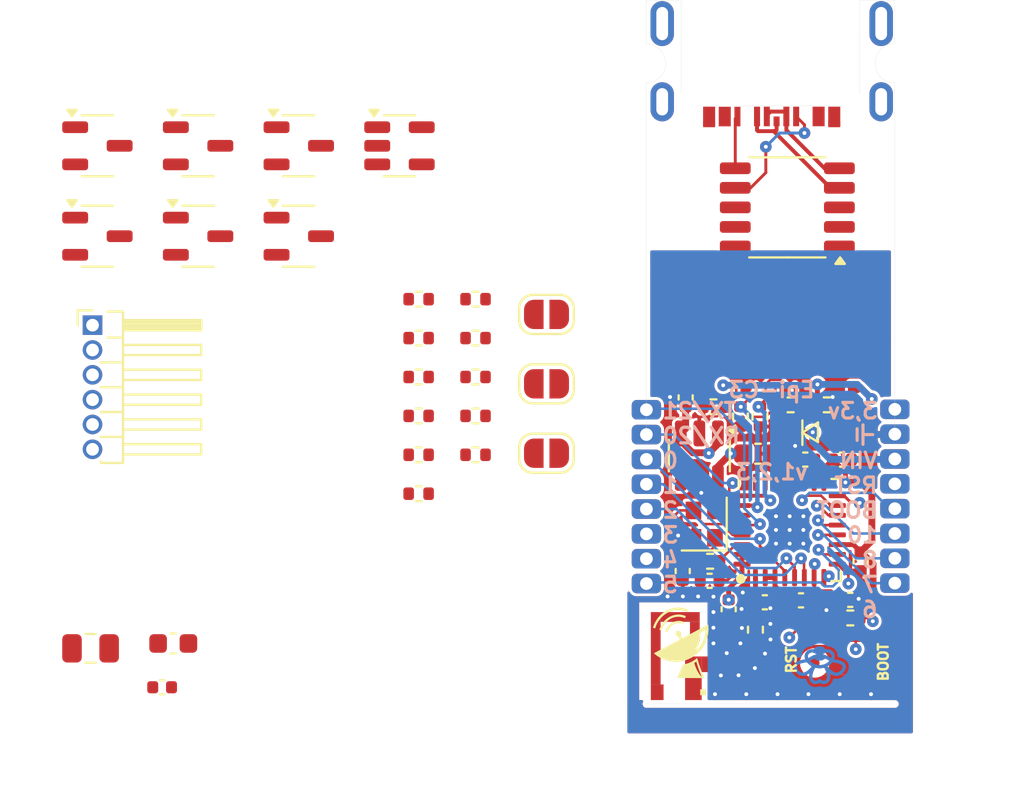
<source format=kicad_pcb>
(kicad_pcb (version 20240108) (generator "pcbnew") (generator_version "8.0")
  (title_block (title "Epi") (date "2022-10-27") (rev "1,1") (company "Rasmus L."))
  (layers (0 "F.Cu" mixed) (1 "In1.Cu" signal) (2 "In2.Cu" signal) (31 "B.Cu" mixed) (34 "B.Paste" user) (35 "F.Paste" user) (36 "B.SilkS" user "B.Silkscreen") (37 "F.SilkS" user "F.Silkscreen") (38 "B.Mask" user) (39 "F.Mask" user) (44 "Edge.Cuts" user))
  (net 0 "")
  (net 1 "+5V")
  (net 2 "GND")
  (net 3 "+3.3V")
  (net 4 "IO0")
  (net 5 "IO1")
  (net 6 "IO2")
  (net 7 "IO3")
  (net 8 "D+")
  (net 9 "D-")
  (net 10 "IO4")
  (net 11 "IO8")
  (net 12 "IO5")
  (net 13 "EN")
  (net 14 "BOOT")
  (net 15 "U0TXD")
  (net 16 "U0RXD")
  (net 17 "IO7")
  (net 18 "IO6")
  (net 19 "Net-(U1-XTAL_N)")
  (net 20 "Net-(U1-LNA_IN)")
  (net 21 "VCC")
  (net 22 "Net-(U1-VDD_SPI{slash}GPIO11)")
  (net 23 "Net-(D1-A)")
  (net 24 "Net-(J3-CC1)")
  (net 25 "Net-(J3-CC2)")
  (net 26 "Net-(U1-XTAL_P)")
  (net 27 "Net-(C4-Pad2)")
  (net 29 "Net-(F1-Pad1)")
  (net 35 "Net-(AE1-A)")
  (net 36 "Net-(C5-Pad2)")
  (net 37 "IO10")
  (net 38 "Net-(U3-VBUS)")
  (net 39 "IO3_5V")
  (net 40 "B")
  (net 41 "W")
  (net 42 "IO2_5V")
  (net 43 "VOUT")
  (net 44 "Net-(JP1-B)")
  (net 45 "Net-(JP2-B)")
  (net 46 "Net-(JP3-A)")
  (net 47 "Net-(Q1-G)")
  (net 48 "Net-(U3-VDD)")
  (net 52 "Net-(J2-CC1)")
  (net 53 "Net-(J2-CC2)")
  (footprint "Package_DFN_QFN:QFN-32-1EP_5x5mm_P0.5mm_EP3.45x3.45mm" (layer "F.Cu") (at 105.220036 63.3 90)
    (property "Reference" "U1" (hide yes))
    (property "Value" "ESP32-C3")
  )
  (footprint "Resistor_SMD:R_0402_1005Metric" (layer "F.Cu") (at 89.1525 53.485)
    (property "Reference" "R10" (hide yes))
    (property "Value" "10K")
  )
  (footprint "Resistor_SMD:R_0402_1005Metric" (layer "F.Cu") (at 89.1525 55.475)
    (property "Reference" "R11" (hide yes))
    (property "Value" "10K")
  )
  (footprint "Package_TO_SOT_SMD:SOT-23-3" (layer "F.Cu") (at 74.9625 48.275)
    (property "Reference" "Q4" (hide yes))
    (property "Value" "Q_NMOS_GDS")
  )
  (footprint "Package_TO_SOT_SMD:SOT-23-3" (layer "F.Cu") (at 80.1125 48.275)
    (property "Reference" "Q6" (hide yes))
    (property "Value" "Q_NMOS_GDS")
  )
  (footprint "DIY:NPTH" (layer "F.Cu") (at 100.08 41.283125)
    (property "Reference" "DRILL1" (hide yes))
    (property "Value" "NPTH")
  )
  (footprint "Resistor_SMD:R_0402_1005Metric" (layer "F.Cu") (at 102.7 57.5 90)
    (property "Reference" "RV2" (hide yes))
    (property "Value" "Varistor")
  )
  (footprint "Resistor_SMD:R_0402_1005Metric" (layer "F.Cu") (at 89.1525 59.455)
    (property "Reference" "RV4" (hide yes))
    (property "Value" "Varistor")
  )
  (footprint "Resistor_SMD:R_0402_1005Metric" (layer "F.Cu") (at 105.270036 56.9 180)
    (property "Reference" "R5" (hide yes))
    (property "Value" "5,1kΩ")
  )
  (footprint "Package_TO_SOT_SMD:SOT-23-3" (layer "F.Cu") (at 69.8125 48.275)
    (property "Reference" "Q2" (hide yes))
    (property "Value" "Q_NMOS_GDS")
  )
  (footprint "Crystal:Crystal_SMD_2016-4Pin_2.0x1.6mm" (layer "F.Cu") (at 100.85 63 90)
    (property "Reference" "Y1" (hide yes))
    (property "Value" "Crystal")
  )
  (footprint "Resistor_SMD:R_0402_1005Metric" (layer "F.Cu") (at 86.2425 59.455)
    (property "Reference" "R7" (hide yes))
    (property "Value" "10K")
  )
  (footprint "Capacitor_SMD:C_0402_1005Metric" (layer "F.Cu") (at 107.9 59.7 180)
    (property "Reference" "C2" (hide yes))
    (property "Value" "100nF")
  )
  (footprint "Resistor_SMD:R_0402_1005Metric" (layer "F.Cu") (at 89.1525 51.495)
    (property "Reference" "R9" (hide yes))
    (property "Value" "10K")
  )
  (footprint "Package_TO_SOT_SMD:SOT-23-5" (layer "F.Cu") (at 85.2625 43.65)
    (property "Reference" "U2" (hide yes))
    (property "Value" "MIC5219-5.0YM5")
  )
  (footprint "Capacitor_SMD:C_0402_1005Metric" (layer "F.Cu") (at 73.1225 71.345)
    (property "Reference" "C13" (hide yes))
    (property "Value" "1µF")
  )
  (footprint "Package_TO_SOT_SMD:SOT-23-3" (layer "F.Cu") (at 80.1125 43.65)
    (property "Reference" "Q5" (hide yes))
    (property "Value" "Q_NMOS_GDS")
  )
  (footprint "Resistor_SMD:R_0402_1005Metric" (layer "F.Cu") (at 89.1525 57.465)
    (property "Reference" "R12" (hide yes))
    (property "Value" "10K")
  )
  (footprint "Capacitor_SMD:C_0402_1005Metric" (layer "F.Cu") (at 108.85 64.9 90)
    (property "Reference" "C7" (hide yes))
    (property "Value" "100nF")
  )
  (footprint "Connector_PinHeader_1.27mm:PinHeader_1x06_P1.27mm_Horizontal" (layer "F.Cu") (at 69.5625 52.825)
    (property "Reference" "J5" (hide yes))
    (property "Value" "Conn_01x06")
  )
  (footprint "Resistor_SMD:R_0402_1005Metric" (layer "F.Cu") (at 86.2425 53.485)
    (property "Reference" "R3" (hide yes))
    (property "Value" "10K")
  )
  (footprint "Jumper:SolderJumper-2_P1.3mm_Open_RoundedPad1.0x1.5mm" (layer "F.Cu") (at 92.7825 59.375)
    (property "Reference" "JP3" (hide yes))
    (property "Value" "Jumper")
  )
  (footprint "DIY:R-668048" (layer "F.Cu") (at 107 68.875 -90)
    (property "Reference" "SW2" (hide yes))
    (property "Value" "SW_MEC_5G")
  )
  (footprint "Resistor_SMD:R_0402_1005Metric" (layer "F.Cu") (at 101.15 64.9)
    (property "Reference" "R2" (hide yes))
    (property "Value" "22Ω")
  )
  (footprint "Resistor_SMD:R_0402_1005Metric" (layer "F.Cu") (at 107.120036 56.9)
    (property "Reference" "RV1" (hide yes))
    (property "Value" "Varistor")
  )
  (footprint "Capacitor_SMD:C_0402_1005Metric" (layer "F.Cu") (at 101.125 65.9 180)
    (property "Reference" "C4" (hide yes))
    (property "Value" "TBD")
  )
  (footprint "Package_TO_SOT_SMD:SOT-23-3" (layer "F.Cu") (at 69.8125 43.65)
    (property "Reference" "Q1" (hide yes))
    (property "Value" "Q_PMOS_GDS")
  )
  (footprint "Resistor_SMD:R_0402_1005Metric" (layer "F.Cu") (at 103.470036 68.4 -90)
    (property "Reference" "L1" (hide yes))
    (property "Value" "TBD")
  )
  (footprint "Capacitor_SMD:C_0402_1005Metric" (layer "F.Cu") (at 102.1 67.35 90)
    (property "Reference" "C1" (hide yes))
    (property "Value" "100nF")
  )
  (footprint "Capacitor_SMD:C_0402_1005Metric" (layer "F.Cu") (at 108.320036 66.875 180)
    (property "Reference" "C11" (hide yes))
    (property "Value" "1µF")
  )
  (footprint "DIY:R-668048" (layer "F.Cu") (at 109.2 68.875 -90)
    (property "Reference" "SW1" (hide yes))
    (property "Value" "SW_MEC_5G")
  )
  (footprint "Capacitor_SMD:C_0603_1608Metric" (layer "F.Cu") (at 103.6 59.4 180)
    (property "Reference" "C10" (hide yes))
    (property "Value" "22µF")
  )
  (footprint "Resistor_SMD:R_0402_1005Metric" (layer "F.Cu") (at 86.2425 55.475)
    (property "Reference" "R4" (hide yes))
    (property "Value" "10K")
  )
  (footprint "Resistor_SMD:R_0402_1005Metric" (layer "F.Cu") (at 86.2425 51.495)
    (property "Reference" "R1" (hide yes))
    (property "Value" "1K")
  )
  (footprint "Fiducial:Fiducial_0.5mm_Mask1.5mm" (layer "F.Cu") (at 106.5 70.1)
    (property "Reference" "REF**" (hide yes))
    (property "Value" "Fiducial_0.5mm_Mask1.5mm")
  )
  (footprint "Package_TO_SOT_SMD:SOT-23-5" (layer "F.Cu") (at 100.6 59.5 -90)
    (property "Reference" "U4" (hide yes))
    (property "Value" "MIC5219-3.3YM5")
  )
  (footprint "Jumper:SolderJumper-2_P1.3mm_Open_RoundedPad1.0x1.5mm" (layer "F.Cu") (at 92.7825 52.275)
    (property "Reference" "JP1" (hide yes))
    (property "Value" "Jumper")
  )
  (footprint "Resistor_SMD:R_0402_1005Metric" (layer "F.Cu") (at 101.320036 57 180)
    (property "Reference" "R4" (hide yes))
    (property "Value" "5,1kΩ")
  )
  (footprint "Capacitor_SMD:C_0402_1005Metric" (layer "F.Cu") (at 105.8 66.9 180)
    (property "Reference" "C5" (hide yes))
    (property "Value" "1µF")
  )
  (footprint "Capacitor_SMD:C_0402_1005Metric" (layer "F.Cu") (at 99.75 65.4 90)
    (property "Reference" "C3" (hide yes))
    (property "Value" "TBD")
  )
  (footprint "Connector_PinHeader_1.27mm:PinHeader_1x08_P1.27mm_Vertical" (layer "F.Cu") (at 110.6 57.13)
    (property "Reference" "J3" (hide yes))
    (property "Value" "Conn_01x08" (hide yes))
  )
  (footprint "Resistor_SMD:R_0402_1005Metric" (layer "F.Cu") (at 86.2425 61.445)
    (property "Reference" "R8" (hide yes))
    (property "Value" "10K")
  )
  (footprint "Capacitor_SMD:C_0603_1608Metric" (layer "F.Cu") (at 73.6925 69.105)
    (property "Reference" "C14" (hide yes))
    (property "Value" "22µF")
  )
  (footprint "Resistor_SMD:R_0402_1005Metric" (layer "F.Cu") (at 108.320036 67.8 180)
    (property "Reference" "R6" (hide yes))
    (property "Value" "10kΩ")
  )
  (footprint "Capacitor_SMD:C_0402_1005Metric" (layer "F.Cu") (at 103.950036 67 180)
    (property "Reference" "C6" (hide yes))
    (property "Value" "TBD")
  )
  (footprint "Fuse:Fuse_0402_1005Metric" (layer "F.Cu") (at 108.520036 58.3 -90)
    (property "Reference" "F1" (hide yes))
    (property "Value" "500mA")
  )
  (footprint "Inductor_SMD:L_0402_1005Metric" (layer "F.Cu") (at 108.520036 56.4885 -90)
    (property "Reference" "FB1" (hide yes))
    (property "Value" "Ferrite")
  )
  (footprint "DIY:SOD323_bättre (2022_12_20 17_46_41 UTC)" (layer "F.Cu") (at 106.420036 58.3)
    (property "Reference" "D1" (hide yes))
    (property "Value" "D")
  )
  (footprint "Jumper:SolderJumper-2_P1.3mm_Open_RoundedPad1.0x1.5mm" (layer "F.Cu") (at 92.7825 55.825)
    (property "Reference" "JP2" (hide yes))
    (property "Value" "Jumper")
  )
  (footprint "Resistor_SMD:R_0402_1005Metric" (layer "F.Cu") (at 86.2425 57.465)
    (property "Reference" "R5" (hide yes))
    (property "Value" "10K")
  )
  (footprint "Capacitor_SMD:C_0805_2012Metric" (layer "F.Cu") (at 69.4625 69.355)
    (property "Reference" "C8" (hide yes))
    (property "Value" "1µF")
  )
  (footprint "Package_TO_SOT_SMD:SOT-23-3" (layer "F.Cu") (at 74.9625 43.65)
    (property "Reference" "Q3" (hide yes))
    (property "Value" "Q_NMOS_GDS")
  )
  (footprint "Resistor_SMD:R_0402_1005Metric" (layer "F.Cu") (at 103.7 57.5 90)
    (property "Reference" "RV3" (hide yes))
    (property "Value" "Varistor")
  )
  (footprint "Inductor_SMD:L_0402_1005Metric" (layer "F.Cu") (at 105.8 67.8 180)
    (property "Reference" "FB2" (hide yes))
    (property "Value" "Ferrite")
  )
  (footprint "DIY:2450AT14A0100001T" (layer "F.Cu") (at 100.720036 70.195 -90)
    (property "Reference" "AE1" (hide yes))
    (property "Value" "Antenna")
  )
  (footprint "Capacitor_SMD:C_0402_1005Metric" (layer "F.Cu") (at 99.9 56.52 -90)
    (property "Reference" "C9" (hide yes))
    (property "Value" "1µF")
  )
  (footprint "Package_SO:SOIC-10_3.9x4.9mm_P1mm" (layer "F.Cu") (at 105.1 46.8 180)
    (property "Reference" "U3" (hide yes))
    (property "Value" "~")
  )
  (footprint "Capacitor_SMD:C_0402_1005Metric" (layer "F.Cu") (at 106.02 59.7 180)
    (property "Reference" "C12" (hide yes))
    (property "Value" "1µF")
  )
  (footprint "Connector_PinHeader_1.27mm:PinHeader_1x08_P1.27mm_Vertical" (layer "F.Cu") (at 97.892518 57.15)
    (property "Reference" "J1" (hide yes))
    (property "Value" "Conn_01x08")
  )
  (footprint "diy:USB-C MC-314C-4P16_V2 (2023_01_13 17_48_46 UTC)" (layer "F.Cu") (at 104.3 38.15 180)
    (property "Reference" "J2" (hide yes))
    (property "Value" "USB_C_Receptacle_USB2.0" (hide yes))
  )
  (footprint "DIY:NPTH" (layer "F.Cu") (at 108.4 41.283125)
    (property "Reference" "DRILL2" (hide yes))
    (property "Value" "NPTH")
  )
  (gr_line (start 106.766763 69.703887) (end 106.780279 69.684362) (stroke (width 0.1625)) (layer "B.Cu"))
  (gr_line (start 107.14924 70.499851) (end 107.169638 70.556148) (stroke (width 0.1625)) (layer "B.Cu"))
  (gr_line (start 106.095902 69.887166) (end 106.108694 69.916665) (stroke (width 0.1625)) (layer "B.Cu"))
  (gr_line (start 105.82872 70.033431) (end 105.761667 70.052402) (stroke (width 0.1625)) (layer "B.Cu"))
  (gr_line (start 106.640341 71.079094) (end 106.669199 71.066815) (stroke (width 0.1625)) (layer "B.Cu"))
  (gr_line (start 106.639481 69.358732) (end 106.621642 69.366261) (stroke (width 0.1625)) (layer "B.Cu"))
  (gr_line (start 107.749665 70.648748) (end 107.71384 70.66253) (stroke (width 0.1625)) (layer "B.Cu"))
  (gr_line (start 106.876535 69.877237) (end 106.892166 69.870165) (stroke (width 0.1625)) (layer "B.Cu"))
  (gr_line (start 106.981661 71.09811) (end 106.953892 71.097842) (stroke (width 0.1625)) (layer "B.Cu"))
  (gr_line (start 105.5 70.3) (end 105.502008 70.324999) (stroke (width 0.1625)) (layer "B.Cu"))
  (gr_line (start 107.095456 70.379246) (end 107.124572 70.440879) (stroke (width 0.1625)) (layer "B.Cu"))
  (gr_line (start 106.695444 69.342982) (end 106.67644 69.347204) (stroke (width 0.1625)) (layer "B.Cu"))
  (gr_line (start 106.815355 69.73057) (end 106.784255 69.726918) (stroke (width 0.1625)) (layer "B.Cu"))
  (gr_line (start 106.496308 69.495114) (end 106.490839 69.507148) (stroke (width 0.1625)) (layer "B.Cu"))
  (gr_line (start 106.71472 69.339637) (end 106.695444 69.342982) (stroke (width 0.1625)) (layer "B.Cu"))
  (gr_line (start 106.63181 69.58611) (end 106.614087 69.572939) (stroke (width 0.1625)) (layer "B.Cu"))
  (gr_line (start 107.019132 69.507148) (end 107.044464 69.498878) (stroke (width 0.1625)) (layer "B.Cu"))
  (gr_line (start 106.364869 69.484654) (end 106.340375 69.485588) (stroke (width 0.1625)) (layer "B.Cu"))
  (gr_line (start 107.358085 69.56539) (end 107.373733 69.581367) (stroke (width 0.1625)) (layer "B.Cu"))
  (gr_line (start 106.841698 69.888648) (end 106.85975 69.883411) (stroke (width 0.1625)) (layer "B.Cu"))
  (gr_line (start 108.007989 70.324999) (end 108.00304 70.351281) (stroke (width 0.1625)) (layer "B.Cu"))
  (gr_line (start 106.301713 70.874093) (end 106.309019 70.908464) (stroke (width 0.1625)) (layer "B.Cu"))
  (gr_line (start 107.894631 70.543518) (end 107.858241 70.577884) (stroke (width 0.1625)) (layer "B.Cu"))
  (gr_line (start 106.9674 69.529628) (end 106.98505 69.521172) (stroke (width 0.1625)) (layer "B.Cu"))
  (gr_line (start 106.793765 69.338973) (end 106.813349 69.342122) (stroke (width 0.1625)) (layer "B.Cu"))
  (gr_line (start 107.25111 70.111124) (end 107.229882 70.128741) (stroke (width 0.1625)) (layer "B.Cu"))
  (gr_line (start 105.68808 70.606697) (end 105.724289 70.630228) (stroke (width 0.1625)) (layer "B.Cu"))
  (gr_line (start 107.949253 70.157663) (end 107.965315 70.174773) (stroke (width 0.1625)) (layer "B.Cu"))
  (gr_line (start 107.177747 70.96877) (end 107.162873 70.994677) (stroke (width 0.1625)) (layer "B.Cu"))
  (gr_line (start 107.071268 69.801572) (end 107.047582 69.791357) (stroke (width 0.1625)) (layer "B.Cu"))
  (gr_line (start 107.341123 69.550715) (end 107.358085 69.56539) (stroke (width 0.1625)) (layer "B.Cu"))
  (gr_line (start 106.99971 69.772743) (end 106.985896 69.767973) (stroke (width 0.1625)) (layer "B.Cu"))
  (gr_line (start 107.979065 70.192893) (end 107.990414 70.21206) (stroke (width 0.1625)) (layer "B.Cu"))
  (gr_line (start 106.071509 69.725903) (end 106.069819 69.750684) (stroke (width 0.1625)) (layer "B.Cu"))
  (gr_line (start 107.809373 70.073997) (end 107.863687 70.098529) (stroke (width 0.1625)) (layer "B.Cu"))
  (gr_line (start 108.00304 70.351281) (end 107.995061 70.378887) (stroke (width 0.1625)) (layer "B.Cu"))
  (gr_line (start 105.530931 70.192893) (end 105.519582 70.21206) (stroke (width 0.1625)) (layer "B.Cu"))
  (gr_line (start 107.278172 69.916318) (end 107.233044 69.887731) (stroke (width 0.1625)) (layer "B.Cu"))
  (gr_line (start 106.928405 70.271737) (end 106.895567 70.277947) (stroke (width 0.1625)) (layer "B.Cu"))
  (gr_line (start 107.095103 69.488084) (end 107.120218 69.485471) (stroke (width 0.1625)) (layer "B.Cu"))
  (gr_line (start 107.163692 70.17533) (end 107.140908 70.189059) (stroke (width 0.1625)) (layer "B.Cu"))
  (gr_line (start 107.008707 71.095411) (end 106.981661 71.09811) (stroke (width 0.1625)) (layer "B.Cu"))
  (gr_line (start 106.94949 69.539038) (end 106.9674 69.529628) (stroke (width 0.1625)) (layer "B.Cu"))
  (gr_line (start 106.311455 70.660657) (end 106.302748 70.708841) (stroke (width 0.1625)) (layer "B.Cu"))
  (gr_line (start 106.784255 69.726918) (end 106.754303 69.724296) (stroke (width 0.1625)) (layer "B.Cu"))
  (gr_line (start 106.954012 69.410295) (end 106.96149 69.417778) (stroke (width 0.1625)) (layer "B.Cu"))
  (gr_line (start 106.542416 69.529628) (end 106.524832 69.521172) (stroke (width 0.1625)) (layer "B.Cu"))
  (gr_line (start 105.831715 70.671846) (end 105.866957 70.676966) (stroke (width 0.1625)) (layer "B.Cu"))
  (gr_line (start 107.367324 69.977504) (end 107.322914 69.946308) (stroke (width 0.1625)) (layer "B.Cu"))
  (gr_line (start 107.385708 69.946792) (end 107.367324 69.977504) (stroke (width 0.1625)) (layer "B.Cu"))
  (gr_line (start 106.686307 69.892907) (end 106.666856 69.888648) (stroke (width 0.1625)) (layer "B.Cu"))
  (gr_line (start 107.367315 69.977504) (end 107.349448 70.003527) (stroke (width 0.1625)) (layer "B.Cu"))
  (gr_line (start 107.094465 70.21433) (end 107.070875 70.226043) (stroke (width 0.1625)) (layer "B.Cu"))
  (gr_line (start 106.473829 71.08976) (end 106.499907 71.095411) (stroke (width 0.1625)) (layer "B.Cu"))
  (gr_line (start 107.106108 71.05524) (end 107.08373 71.06966) (stroke (width 0.1625)) (layer "B.Cu"))
  (gr_line (start 106.953892 71.097842) (end 106.925578 71.094593) (stroke (width 0.1625)) (layer "B.Cu"))
  (gr_line (start 106.323896 70.609755) (end 106.311455 70.660657) (stroke (width 0.1625)) (layer "B.Cu"))
  (gr_line (start 107.229882 70.128741) (end 107.208213 70.145257) (stroke (width 0.1625)) (layer "B.Cu"))
  (gr_line (start 106.346637 70.410173) (end 106.486827 70.248056) (stroke (width 0.1625)) (layer "B.Cu"))
  (gr_line (start 106.217815 70.072246) (end 106.23806 70.092321) (stroke (width 0.1625)) (layer "B.Cu"))
  (gr_line (start 106.088672 69.657401) (end 106.081031 69.679217) (stroke (width 0.1625)) (layer "B.Cu"))
  (gr_line (start 107.952039 70.470035) (end 107.931037 70.503326) (stroke (width 0.1625)) (layer "B.Cu"))
  (gr_line (start 106.753854 69.335136) (end 106.734209 69.337059) (stroke (width 0.1625)) (layer "B.Cu"))
  (gr_line (start 106.847133 69.735227) (end 106.815355 69.73057) (stroke (width 0.1625)) (layer "B.Cu"))
  (gr_line (start 106.992075 70.256645) (end 106.960537 70.264587) (stroke (width 0.1625)) (layer "B.Cu"))
  (gr_line (start 106.933278 69.843966) (end 106.945434 69.833705) (stroke (width 0.1625)) (layer "B.Cu"))
  (gr_line (start 107.303636 69.525452) (end 107.322941 69.537387) (stroke (width 0.1625)) (layer "B.Cu"))
  (gr_line (start 106.124235 69.946792) (end 106.142619 69.977504) (stroke (width 0.1625)) (layer "B.Cu"))
  (gr_line (start 106.59618 69.5607) (end 106.578195 69.549398) (stroke (width 0.1625)) (layer "B.Cu"))
  (gr_line (start 107.193603 69.488228) (end 107.217091 69.492529) (stroke (width 0.1625)) (layer "B.Cu"))
  (gr_line (start 106.582866 71.094593) (end 106.611504 71.088349) (stroke (width 0.1625)) (layer "B.Cu"))
  (gr_line (start 106.810047 69.647988) (end 106.82608 69.631151) (stroke (width 0.1625)) (layer "B.Cu"))
  (gr_line (start 106.931431 69.549398) (end 106.94949 69.539038) (stroke (width 0.1625)) (layer "B.Cu"))
  (gr_line (start 107.047085 70.237257) (end 107.023129 70.248056) (stroke (width 0.1625)) (layer "B.Cu"))
  (gr_line (start 107.124572 70.440879) (end 107.14924 70.499851) (stroke (width 0.1625)) (layer "B.Cu"))
  (gr_line (start 106.448833 71.081171) (end 106.473829 71.08976) (stroke (width 0.1625)) (layer "B.Cu"))
  (gr_line (start 107.208213 70.145257) (end 107.186138 70.160758) (stroke (width 0.1625)) (layer "B.Cu"))
  (gr_line (start 106.632142 69.877237) (end 106.616633 69.870165) (stroke (width 0.1625)) (layer "B.Cu"))
  (gr_line (start 106.868019 71.079094) (end 106.839131 71.066815) (stroke (width 0.1625)) (layer "B.Cu"))
  (gr_line (start 106.614355 70.277947) (end 106.648008 70.283071) (stroke (width 0.1625)) (layer "B.Cu"))
  (gr_line (start 106.389721 69.485471) (end 106.364869 69.484654) (stroke (width 0.1625)) (layer "B.Cu"))
  (gr_line (start 106.527266 69.443209) (end 106.520618 69.452535) (stroke (width 0.1625)) (layer "B.Cu"))
  (gr_line (start 107.047582 69.791357) (end 107.023731 69.781739) (stroke (width 0.1625)) (layer "B.Cu"))
  (gr_line (start 106.925578 71.094593) (end 106.896894 71.088349) (stroke (width 0.1625)) (layer "B.Cu"))
  (gr_line (start 107.428909 69.679217) (end 107.434663 69.702066) (stroke (width 0.1625)) (layer "B.Cu"))
  (gr_line (start 107.969651 70.438224) (end 107.952039 70.470035) (stroke (width 0.1625)) (layer "B.Cu"))
  (gr_line (start 107.126877 71.037927) (end 107.106108 71.05524) (stroke (width 0.1625)) (layer "B.Cu"))
  (gr_line (start 105.519582 70.21206) (end 105.510725 70.232316) (stroke (width 0.1625)) (layer "B.Cu"))
  (gr_line (start 106.822265 69.892907) (end 106.841698 69.888648) (stroke (width 0.1625)) (layer "B.Cu"))
  (gr_line (start 106.510228 69.772743) (end 106.524027 69.767973) (stroke (width 0.1625)) (layer "B.Cu"))
  (gr_line (start 106.190858 70.557247) (end 106.246802 70.510144) (stroke (width 0.1625)) (layer "B.Cu"))
  (gr_line (start 106.682819 69.631151) (end 106.666281 69.615222) (stroke (width 0.1625)) (layer "B.Cu"))
  (gr_line (start 107.29211 70.072246) (end 107.271864 70.092321) (stroke (width 0.1625)) (layer "B.Cu"))
  (gr_line (start 107.070875 70.226043) (end 107.047085 70.237257) (stroke (width 0.1625)) (layer "B.Cu"))
  (gr_line (start 107.034852 71.08976) (end 107.008707 71.095411) (stroke (width 0.1625)) (layer "B.Cu"))
  (gr_line (start 107.187474 69.860744) (end 107.164507 69.847912) (stroke (width 0.1625)) (layer "B.Cu"))
  (gr_line (start 106.298863 70.460395) (end 106.346637 70.410173) (stroke (width 0.1625)) (layer "B.Cu"))
  (gr_line (start 107.118175 69.823695) (end 107.094797 69.81236) (stroke (width 0.1625)) (layer "B.Cu"))
  (gr_line (start 106.425095 71.06966) (end 106.448833 71.081171) (stroke (width 0.1625)) (layer "B.Cu"))
  (gr_line (start 106.648842 69.883411) (end 106.632142 69.877237) (stroke (width 0.1625)) (layer "B.Cu"))
  (gr_line (start 106.67644 69.347204) (end 106.657766 69.352417) (stroke (width 0.1625)) (layer "B.Cu"))
  (gr_line (start 105.761667 70.052402) (end 105.700623 70.073997) (stroke (width 0.1625)) (layer "B.Cu"))
  (gr_line (start 107.14507 69.484654) (end 107.169564 69.485588) (stroke (width 0.1625)) (layer "B.Cu"))
  (gr_line (start 107.999271 70.232316) (end 108.005548 70.253698) (stroke (width 0.1625)) (layer "B.Cu"))
  (gr_line (start 106.369017 70.189059) (end 106.392103 70.20203) (stroke (width 0.1625)) (layer "B.Cu"))
  (gr_line (start 106.069819 69.750684) (end 106.070303 69.776363) (stroke (width 0.1625)) (layer "B.Cu"))
  (gr_line (start 107.681277 70.033431) (end 107.748329 70.052402) (stroke (width 0.1625)) (layer "B.Cu"))
  (gr_line (start 106.941825 69.754986) (end 106.910839 69.747459) (stroke (width 0.1625)) (layer "B.Cu"))
  (gr_line (start 106.36852 69.835554) (end 106.391755 69.823695) (stroke (width 0.1625)) (layer "B.Cu"))
  (gr_line (start 106.486791 70.248056) (end 106.517846 70.256645) (stroke (width 0.1625)) (layer "B.Cu"))
  (gr_line (start 106.989363 69.78609) (end 106.999741 69.772743) (stroke (width 0.1625)) (layer "B.Cu"))
  (gr_line (start 106.345423 69.847912) (end 106.36852 69.835554) (stroke (width 0.1625)) (layer "B.Cu"))
  (gr_line (start 107.094797 69.81236) (end 107.071268 69.801572) (stroke (width 0.1625)) (layer "B.Cu"))
  (gr_line (start 107.431763 69.830237) (end 107.42418 69.858342) (stroke (width 0.1625)) (layer "B.Cu"))
  (gr_line (start 106.486204 69.781739) (end 106.510228 69.772743) (stroke (width 0.1625)) (layer "B.Cu"))
  (gr_line (start 107.411834 69.636663) (end 107.421268 69.657401) (stroke (width 0.1625)) (layer "B.Cu"))
  (gr_line (start 106.666856 69.888648) (end 106.648842 69.883411) (stroke (width 0.1625)) (layer "B.Cu"))
  (gr_line (start 106.578195 69.549398) (end 106.560239 69.539038) (stroke (width 0.1625)) (layer "B.Cu"))
  (gr_line (start 106.567904 69.754986) (end 106.598674 69.747459) (stroke (width 0.1625)) (layer "B.Cu"))
  (gr_line (start 106.100539 70.618183) (end 106.131432 70.599529) (stroke (width 0.1625)) (layer "B.Cu"))
  (gr_line (start 106.773493 70.290162) (end 106.754963 70.290454) (stroke (width 0.1625)) (layer "B.Cu"))
  (gr_line (start 106.98505 69.521172) (end 107.002331 69.513677) (stroke (width 0.1625)) (layer "B.Cu"))
  (gr_line (start 106.499907 71.095411) (end 106.526891 71.09811) (stroke (width 0.1625)) (layer "B.Cu"))
  (gr_line (start 106.517846 70.256645) (end 106.549385 70.264587) (stroke (width 0.1625)) (layer "B.Cu"))
  (gr_line (start 106.246802 70.510144) (end 106.298863 70.460395) (stroke (width 0.1625)) (layer "B.Cu"))
  (gr_line (start 106.842731 69.615222) (end 106.859892 69.600206) (stroke (width 0.1625)) (layer "B.Cu"))
  (gr_line (start 106.068926 70.634817) (end 106.100539 70.618183) (stroke (width 0.1625)) (layer "B.Cu"))
  (gr_line (start 107.441071 70.634817) (end 107.409458 70.618183) (stroke (width 0.1625)) (layer "B.Cu"))
  (gr_line (start 106.989376 69.452392) (end 106.995807 69.46228) (stroke (width 0.1625)) (layer "B.Cu"))
  (gr_line (start 106.226637 69.514954) (end 106.206304 69.525452) (stroke (width 0.1625)) (layer "B.Cu"))
  (gr_line (start 105.970274 70.669876) (end 106.003744 70.660935) (stroke (width 0.1625)) (layer "B.Cu"))
  (gr_line (start 106.975852 69.434123) (end 106.982722 69.443011) (stroke (width 0.1625)) (layer "B.Cu"))
  (gr_line (start 107.059918 71.081171) (end 107.034852 71.08976) (stroke (width 0.1625)) (layer "B.Cu"))
  (gr_line (start 107.271864 70.092321) (end 107.25111 70.111124) (stroke (width 0.1625)) (layer "B.Cu"))
  (gr_line (start 106.554602 71.097842) (end 106.582866 71.094593) (stroke (width 0.1625)) (layer "B.Cu"))
  (gr_line (start 106.827336 70.286961) (end 106.809666 70.288397) (stroke (width 0.1625)) (layer "B.Cu"))
  (gr_line (start 106.754283 69.724296) (end 106.741839 69.703887) (stroke (width 0.1625)) (layer "B.Cu"))
  (gr_line (start 106.90542 69.374249) (end 106.922281 69.384663) (stroke (width 0.1625)) (layer "B.Cu"))
  (gr_line (start 105.500844 70.276247) (end 105.5 70.3) (stroke (width 0.1625)) (layer "B.Cu"))
  (gr_line (start 106.415458 70.21433) (end 106.439047 70.226043) (stroke (width 0.1625)) (layer "B.Cu"))
  (gr_line (start 106.555926 69.410761) (end 106.548465 69.418173) (stroke (width 0.1625)) (layer "B.Cu"))
  (gr_line (start 106.541667 69.811132) (end 106.531035 69.798899) (stroke (width 0.1625)) (layer "B.Cu"))
  (gr_line (start 108.005548 70.253698) (end 108.009152 70.276247) (stroke (width 0.1625)) (layer "B.Cu"))
  (gr_line (start 107.409458 70.618183) (end 107.378565 70.599529) (stroke (width 0.1625)) (layer "B.Cu"))
  (gr_line (start 106.391755 69.823695) (end 106.415134 69.81236) (stroke (width 0.1625)) (layer "B.Cu"))
  (gr_line (start 106.073058 69.802896) (end 106.07818 69.830237) (stroke (width 0.1625)) (layer "B.Cu"))
  (gr_line (start 107.330936 70.027934) (end 107.311811 70.050812) (stroke (width 0.1625)) (layer "B.Cu"))
  (gr_line (start 106.665175 70.285179) (end 106.682587 70.286961) (stroke (width 0.1625)) (layer "B.Cu"))
  (gr_line (start 106.524027 69.767973) (end 106.538276 69.763422) (stroke (width 0.1625)) (layer "B.Cu"))
  (gr_line (start 106.531035 69.798899) (end 106.520605 69.78609) (stroke (width 0.1625)) (layer "B.Cu"))
  (gr_line (start 106.754303 69.724296) (end 106.754305 69.724296) (stroke (width 0.1625)) (layer "B.Cu"))
  (gr_line (start 105.560743 70.157663) (end 105.544682 70.174773) (stroke (width 0.1625)) (layer "B.Cu"))
  (gr_line (start 107.311811 70.050812) (end 107.29211 70.072246) (stroke (width 0.1625)) (layer "B.Cu"))
  (gr_line (start 106.465476 69.498878) (end 106.44012 69.492538) (stroke (width 0.1625)) (layer "B.Cu"))
  (gr_line (start 107.367356 69.977504) (end 107.451254 69.989121) (stroke (width 0.1625)) (layer "B.Cu"))
  (gr_line (start 107.678281 70.671846) (end 107.64304 70.676966) (stroke (width 0.1625)) (layer "B.Cu"))
  (gr_line (start 106.77392 69.336678) (end 106.793765 69.338973) (stroke (width 0.1625)) (layer "B.Cu"))
  (gr_line (start 107.239935 69.498447) (end 107.262037 69.505937) (stroke (width 0.1625)) (layer "B.Cu"))
  (gr_line (start 106.938497 69.396645) (end 106.946346 69.403255) (stroke (width 0.1625)) (layer "B.Cu"))
  (gr_line (start 106.616633 69.870165) (end 106.602191 69.862236) (stroke (width 0.1625)) (layer "B.Cu"))
  (gr_line (start 106.832615 69.346228) (end 106.851511 69.351392) (stroke (width 0.1625)) (layer "B.Cu"))
  (gr_line (start 106.297597 70.754291) (end 106.295825 70.796992) (stroke (width 0.1625)) (layer "B.Cu"))
  (gr_line (start 106.363201 71.017734) (end 106.382103 71.037927) (stroke (width 0.1625)) (layer "B.Cu"))
  (gr_line (start 106.414521 70.379246) (end 106.385382 70.440879) (stroke (width 0.1625)) (layer "B.Cu"))
  (gr_line (start 107.931037 70.503326) (end 107.894631 70.543518) (stroke (width 0.1625)) (layer "B.Cu"))
  (gr_line (start 106.151854 69.56539) (end 106.136206 69.581367) (stroke (width 0.1625)) (layer "B.Cu"))
  (gr_line (start 107.319139 70.557247) (end 107.263194 70.510144) (stroke (width 0.1625)) (layer "B.Cu"))
  (gr_line (start 106.526891 71.09811) (end 106.554602 71.097842) (stroke (width 0.1625)) (layer "B.Cu"))
  (gr_line (start 106.96811 69.811132) (end 106.978858 69.798899) (stroke (width 0.1625)) (layer "B.Cu"))
  (gr_line (start 107.263194 70.510144) (end 107.211134 70.460395) (stroke (width 0.1625)) (layer "B.Cu"))
  (gr_line (start 107.400704 69.617049) (end 107.411834 69.636663) (stroke (width 0.1625)) (layer "B.Cu"))
  (gr_line (start 106.462836 70.237257) (end 106.486791 70.248056) (stroke (width 0.1625)) (layer "B.Cu"))
  (gr_line (start 105.526035 70.407855) (end 105.540346 70.438224) (stroke (width 0.1625)) (layer "B.Cu"))
  (gr_line (start 108.009152 70.276247) (end 108.009996 70.3) (stroke (width 0.1625)) (layer "B.Cu"))
  (gr_line (start 106.754305 69.724296) (end 106.766763 69.703887) (stroke (width 0.1625)) (layer "B.Cu"))
  (gr_line (start 106.231763 69.916318) (end 106.276889 69.887731) (stroke (width 0.1625)) (layer "B.Cu"))
  (gr_line (start 106.507594 69.513677) (end 106.490808 69.507148) (stroke (width 0.1625)) (layer "B.Cu"))
  (gr_line (start 106.700258 70.288397) (end 106.718202 70.289471) (stroke (width 0.1625)) (layer "B.Cu"))
  (gr_line (start 107.821916 70.606697) (end 107.785708 70.630228) (stroke (width 0.1625)) (layer "B.Cu"))
  (gr_line (start 106.142609 69.977504) (end 106.160476 70.003527) (stroke (width 0.1625)) (layer "B.Cu"))
  (gr_line (start 106.392103 70.20203) (end 106.415458 70.21433) (stroke (width 0.1625)) (layer "B.Cu"))
  (gr_line (start 106.109237 69.617049) (end 106.098106 69.636663) (stroke (width 0.1625)) (layer "B.Cu"))
  (gr_line (start 106.462352 69.791357) (end 106.486204 69.781739) (stroke (width 0.1625)) (layer "B.Cu"))
  (gr_line (start 106.851511 69.351392) (end 106.86998 69.357715) (stroke (width 0.1625)) (layer "B.Cu"))
  (gr_line (start 106.448277 70.314967) (end 106.414521 70.379246) (stroke (width 0.1625)) (layer "B.Cu"))
  (gr_line (start 106.415134 69.81236) (end 106.438664 69.801572) (stroke (width 0.1625)) (layer "B.Cu"))
  (gr_line (start 107.14141 69.835554) (end 107.118175 69.823695) (stroke (width 0.1625)) (layer "B.Cu"))
  (gr_line (start 106.14264 69.977504) (end 106.058742 69.989121) (stroke (width 0.1625)) (layer "B.Cu"))
  (gr_line (start 106.86998 69.357715) (end 106.887968 69.3653) (stroke (width 0.1625)) (layer "B.Cu"))
  (gr_line (start 106.524832 69.521172) (end 106.507594 69.513677) (stroke (width 0.1625)) (layer "B.Cu"))
  (gr_line (start 107.163359 70.410173) (end 107.02317 70.248056) (stroke (width 0.1625)) (layer "B.Cu"))
  (gr_line (start 107.322941 69.537387) (end 107.341123 69.550715) (stroke (width 0.1625)) (layer "B.Cu"))
  (gr_line (start 106.385382 70.440879) (end 106.360682 70.499851) (stroke (width 0.1625)) (layer "B.Cu"))
  (gr_line (start 106.728365 69.684362) (end 106.713966 69.665727) (stroke (width 0.1625)) (layer "B.Cu"))
  (gr_line (start 106.51419 69.462374) (end 106.507992 69.472742) (stroke (width 0.1625)) (layer "B.Cu"))
  (gr_line (start 106.438664 69.801572) (end 106.462352 69.791357) (stroke (width 0.1625)) (layer "B.Cu"))
  (gr_line (start 106.982722 69.443011) (end 106.989376 69.452392) (stroke (width 0.1625)) (layer "B.Cu"))
  (gr_line (start 106.136206 69.581367) (end 106.121969 69.598601) (stroke (width 0.1625)) (layer "B.Cu"))
  (gr_line (start 107.421268 69.657401) (end 107.428909 69.679217) (stroke (width 0.1625)) (layer "B.Cu"))
  (gr_line (start 107.19833 70.660657) (end 107.20698 70.708841) (stroke (width 0.1625)) (layer "B.Cu"))
  (gr_line (start 106.661882 69.735227) (end 106.693443 69.73057) (stroke (width 0.1625)) (layer "B.Cu"))
  (gr_line (start 106.486827 70.248056) (end 106.448277 70.314967) (stroke (width 0.1625)) (layer "B.Cu"))
  (gr_line (start 106.382103 71.037927) (end 106.402793 71.05524) (stroke (width 0.1625)) (layer "B.Cu"))
  (gr_line (start 107.212272 70.836932) (end 107.207741 70.874093) (stroke (width 0.1625)) (layer "B.Cu"))
  (gr_line (start 107.217091 69.492529) (end 107.239935 69.498447) (stroke (width 0.1625)) (layer "B.Cu"))
  (gr_line (start 107.212069 70.754291) (end 107.213773 70.796992) (stroke (width 0.1625)) (layer "B.Cu"))
  (gr_line (start 107.473352 70.649158) (end 107.441071 70.634817) (stroke (width 0.1625)) (layer "B.Cu"))
  (gr_line (start 106.780279 69.684362) (end 106.794744 69.665727) (stroke (width 0.1625)) (layer "B.Cu"))
  (gr_line (start 107.140908 70.189059) (end 107.117821 70.20203) (stroke (width 0.1625)) (layer "B.Cu"))
  (gr_line (start 107.044464 69.498878) (end 107.069819 69.492538) (stroke (width 0.1625)) (layer "B.Cu"))
  (gr_line (start 106.270004 69.498447) (end 106.247902 69.505937) (stroke (width 0.1625)) (layer "B.Cu"))
  (gr_line (start 106.920423 69.85349) (end 106.933278 69.843966) (stroke (width 0.1625)) (layer "B.Cu"))
  (gr_line (start 106.098106 69.636663) (end 106.088672 69.657401) (stroke (width 0.1625)) (layer "B.Cu"))
  (gr_line (start 107.200358 70.908464) (end 107.190301 70.940027) (stroke (width 0.1625)) (layer "B.Cu"))
  (gr_line (start 105.557957 70.470035) (end 105.578959 70.503326) (stroke (width 0.1625)) (layer "B.Cu"))
  (gr_line (start 106.548465 69.418173) (end 106.541197 69.426042) (stroke (width 0.1625)) (layer "B.Cu"))
  (gr_line (start 106.44012 69.492538) (end 106.414837 69.488084) (stroke (width 0.1625)) (layer "B.Cu"))
  (gr_line (start 106.552625 69.822747) (end 106.541667 69.811132) (stroke (width 0.1625)) (layer "B.Cu"))
  (gr_line (start 107.451254 69.989121) (end 107.532019 70.002104) (stroke (width 0.1625)) (layer "B.Cu"))
  (gr_line (start 107.069819 69.492538) (end 107.095103 69.488084) (stroke (width 0.1625)) (layer "B.Cu"))
  (gr_line (start 107.858241 70.577884) (end 107.821916 70.606697) (stroke (width 0.1625)) (layer "B.Cu"))
  (gr_line (start 106.346266 70.994677) (end 106.363201 71.017734) (stroke (width 0.1625)) (layer "B.Cu"))
  (gr_line (start 107.169564 69.485588) (end 107.193603 69.488228) (stroke (width 0.1625)) (layer "B.Cu"))
  (gr_line (start 106.075278 69.702066) (end 106.071509 69.725903) (stroke (width 0.1625)) (layer "B.Cu"))
  (gr_line (start 106.439047 70.226043) (end 106.462836 70.237257) (stroke (width 0.1625)) (layer "B.Cu"))
  (gr_line (start 107.023129 70.248056) (end 106.992075 70.256645) (stroke (width 0.1625)) (layer "B.Cu"))
  (gr_line (start 107.608166 70.678164) (end 107.57371 70.67571) (stroke (width 0.1625)) (layer "B.Cu"))
  (gr_line (start 106.754284 69.724296) (end 106.754283 69.724296) (stroke (width 0.1625)) (layer "B.Cu"))
  (gr_line (start 106.718202 70.289471) (end 106.736433 70.290162) (stroke (width 0.1625)) (layer "B.Cu"))
  (gr_line (start 106.809666 70.288397) (end 106.791723 70.289471) (stroke (width 0.1625)) (layer "B.Cu"))
  (gr_line (start 107.71384 70.66253) (end 107.678281 70.671846) (stroke (width 0.1625)) (layer "B.Cu"))
  (gr_line (start 106.945434 69.833705) (end 106.957007 69.822747) (stroke (width 0.1625)) (layer "B.Cu"))
  (gr_line (start 106.861914 70.283071) (end 106.844748 70.285179) (stroke (width 0.1625)) (layer "B.Cu"))
  (gr_line (start 106.576015 69.843966) (end 106.564033 69.833705) (stroke (width 0.1625)) (layer "B.Cu"))
  (gr_line (start 106.82608 69.631151) (end 106.842731 69.615222) (stroke (width 0.1625)) (layer "B.Cu"))
  (gr_line (start 107.162873 70.994677) (end 107.145857 71.017734) (stroke (width 0.1625)) (layer "B.Cu"))
  (gr_line (start 106.666281 69.615222) (end 106.649243 69.600206) (stroke (width 0.1625)) (layer "B.Cu"))
  (gr_line (start 106.520605 69.78609) (end 106.510255 69.772743) (stroke (width 0.1625)) (layer "B.Cu"))
  (gr_line (start 106.713966 69.665727) (end 106.698749 69.647988) (stroke (width 0.1625)) (layer "B.Cu"))
  (gr_line (start 107.57371 70.67571) (end 107.539723 70.669876) (stroke (width 0.1625)) (layer "B.Cu"))
  (gr_line (start 106.70732 69.89615) (end 106.686307 69.892907) (stroke (width 0.1625)) (layer "B.Cu"))
  (gr_line (start 106.730018 69.898334) (end 106.70732 69.89615) (stroke (width 0.1625)) (layer "B.Cu"))
  (gr_line (start 106.247902 69.505937) (end 106.226637 69.514954) (stroke (width 0.1625)) (layer "B.Cu"))
  (gr_line (start 106.602191 69.862236) (end 106.588693 69.85349) (stroke (width 0.1625)) (layer "B.Cu"))
  (gr_line (start 107.20698 70.708841) (end 107.212069 70.754291) (stroke (width 0.1625)) (layer "B.Cu"))
  (gr_line (start 107.08373 71.06966) (end 107.059918 71.081171) (stroke (width 0.1625)) (layer "B.Cu"))
  (gr_line (start 106.930473 69.390452) (end 106.938497 69.396645) (stroke (width 0.1625)) (layer "B.Cu"))
  (gr_line (start 106.697902 71.051496) (end 106.726272 71.033123) (stroke (width 0.1625)) (layer "B.Cu"))
  (gr_line (start 107.120218 69.485471) (end 107.14507 69.484654) (stroke (width 0.1625)) (layer "B.Cu"))
  (gr_line (start 106.968772 69.425717) (end 106.975852 69.434123) (stroke (width 0.1625)) (layer "B.Cu"))
  (gr_line (start 107.348442 70.579127) (end 107.319139 70.557247) (stroke (width 0.1625)) (layer "B.Cu"))
  (gr_line (start 105.615365 70.543518) (end 105.651755 70.577884) (stroke (width 0.1625)) (layer "B.Cu"))
  (gr_line (start 107.169638 70.556148) (end 107.185942 70.609755) (stroke (width 0.1625)) (layer "B.Cu"))
  (gr_line (start 107.262037 69.505937) (end 107.283302 69.514954) (stroke (width 0.1625)) (layer "B.Cu"))
  (gr_line (start 106.910839 69.747459) (end 106.879118 69.740864) (stroke (width 0.1625)) (layer "B.Cu"))
  (gr_line (start 107.145857 71.017734) (end 107.126877 71.037927) (stroke (width 0.1625)) (layer "B.Cu"))
  (gr_line (start 107.436883 69.802896) (end 107.431763 69.830237) (stroke (width 0.1625)) (layer "B.Cu"))
  (gr_line (start 106.131432 70.599529) (end 106.161555 70.579127) (stroke (width 0.1625)) (layer "B.Cu"))
  (gr_line (start 106.985896 69.767973) (end 106.971605 69.763422) (stroke (width 0.1625)) (layer "B.Cu"))
  (gr_line (start 106.07818 69.830237) (end 106.085762 69.858342) (stroke (width 0.1625)) (layer "B.Cu"))
  (gr_line (start 106.621642 69.366261) (end 106.604309 69.375117) (stroke (width 0.1625)) (layer "B.Cu"))
  (gr_line (start 106.186998 69.537387) (end 106.168817 69.550715) (stroke (width 0.1625)) (layer "B.Cu"))
  (gr_line (start 107.748329 70.052402) (end 107.809373 70.073997) (stroke (width 0.1625)) (layer "B.Cu"))
  (gr_line (start 107.373733 69.581367) (end 107.387971 69.598601) (stroke (width 0.1625)) (layer "B.Cu"))
  (gr_line (start 107.785708 70.630228) (end 107.749665 70.648748) (stroke (width 0.1625)) (layer "B.Cu"))
  (gr_line (start 107.506253 70.660935) (end 107.473352 70.649158) (stroke (width 0.1625)) (layer "B.Cu"))
  (gr_line (start 107.965315 70.174773) (end 107.979065 70.192893) (stroke (width 0.1625)) (layer "B.Cu"))
  (gr_line (start 105.700623 70.073997) (end 105.646309 70.098529) (stroke (width 0.1625)) (layer "B.Cu"))
  (gr_line (start 105.544682 70.174773) (end 105.530931 70.192893) (stroke (width 0.1625)) (layer "B.Cu"))
  (gr_line (start 106.614087 69.572939) (end 106.59618 69.5607) (stroke (width 0.1625)) (layer "B.Cu"))
  (gr_line (start 106.142619 69.977504) (end 106.187024 69.946308) (stroke (width 0.1625)) (layer "B.Cu"))
  (gr_line (start 106.295825 70.796992) (end 106.297256 70.836932) (stroke (width 0.1625)) (layer "B.Cu"))
  (gr_line (start 106.960537 70.264587) (end 106.928405 70.271737) (stroke (width 0.1625)) (layer "B.Cu"))
  (gr_line (start 106.360682 70.499851) (end 106.340246 70.556148) (stroke (width 0.1625)) (layer "B.Cu"))
  (gr_line (start 106.160476 70.003527) (end 106.178988 70.027934) (stroke (width 0.1625)) (layer "B.Cu"))
  (gr_line (start 107.007972 69.483625) (end 107.013693 69.495108) (stroke (width 0.1625)) (layer "B.Cu"))
  (gr_line (start 106.895302 69.572939) (end 106.913332 69.5607) (stroke (width 0.1625)) (layer "B.Cu"))
  (gr_line (start 106.895567 70.277947) (end 106.861914 70.283071) (stroke (width 0.1625)) (layer "B.Cu"))
  (gr_line (start 107.233044 69.887731) (end 107.187474 69.860744) (stroke (width 0.1625)) (layer "B.Cu"))
  (gr_line (start 106.309019 70.908464) (end 106.318998 70.940027) (stroke (width 0.1625)) (layer "B.Cu"))
  (gr_line (start 106.877452 69.58611) (end 106.895302 69.572939) (stroke (width 0.1625)) (layer "B.Cu"))
  (gr_line (start 107.414041 69.887166) (end 107.401249 69.916665) (stroke (width 0.1625)) (layer "B.Cu"))
  (gr_line (start 106.318998 70.940027) (end 106.331472 70.96877) (stroke (width 0.1625)) (layer "B.Cu"))
  (gr_line (start 106.892166 69.870165) (end 106.906757 69.862236) (stroke (width 0.1625)) (layer "B.Cu"))
  (gr_line (start 106.178988 70.027934) (end 106.198113 70.050812) (stroke (width 0.1625)) (layer "B.Cu"))
  (gr_line (start 107.434663 69.702066) (end 107.438432 69.725903) (stroke (width 0.1625)) (layer "B.Cu"))
  (gr_line (start 107.532019 70.002104) (end 107.608933 70.01677) (stroke (width 0.1625)) (layer "B.Cu"))
  (gr_line (start 105.6219 70.111995) (end 105.599442 70.126314) (stroke (width 0.1625)) (layer "B.Cu"))
  (gr_line (start 106.507992 69.472742) (end 106.502028 69.48365) (stroke (width 0.1625)) (layer "B.Cu"))
  (gr_line (start 105.510725 70.232316) (end 105.504449 70.253698) (stroke (width 0.1625)) (layer "B.Cu"))
  (gr_line (start 106.604309 69.375117) (end 106.58754 69.385411) (stroke (width 0.1625)) (layer "B.Cu"))
  (gr_line (start 106.648008 70.283071) (end 106.665175 70.285179) (stroke (width 0.1625)) (layer "B.Cu"))
  (gr_line (start 107.02317 70.248056) (end 107.061714 70.314967) (stroke (width 0.1625)) (layer "B.Cu"))
  (gr_line (start 106.121969 69.598601) (end 106.109237 69.617049) (stroke (width 0.1625)) (layer "B.Cu"))
  (gr_line (start 106.734209 69.337059) (end 106.71472 69.339637) (stroke (width 0.1625)) (layer "B.Cu"))
  (gr_line (start 105.901063 70.01677) (end 105.82872 70.033431) (stroke (width 0.1625)) (layer "B.Cu"))
  (gr_line (start 106.839131 71.066815) (end 106.810406 71.051496) (stroke (width 0.1625)) (layer "B.Cu"))
  (gr_line (start 106.560239 69.539038) (end 106.542416 69.529628) (stroke (width 0.1625)) (layer "B.Cu"))
  (gr_line (start 106.168817 69.550715) (end 106.151854 69.56539) (stroke (width 0.1625)) (layer "B.Cu"))
  (gr_line (start 105.760331 70.648748) (end 105.796157 70.66253) (stroke (width 0.1625)) (layer "B.Cu"))
  (gr_line (start 106.070303 69.776363) (end 106.073058 69.802896) (stroke (width 0.1625)) (layer "B.Cu"))
  (gr_line (start 107.322914 69.946308) (end 107.278172 69.916318) (stroke (width 0.1625)) (layer "B.Cu"))
  (gr_line (start 105.90183 70.678164) (end 105.936286 70.67571) (stroke (width 0.1625)) (layer "B.Cu"))
  (gr_line (start 106.571393 69.397255) (end 106.56357 69.403793) (stroke (width 0.1625)) (layer "B.Cu"))
  (gr_line (start 106.292847 69.492529) (end 106.270004 69.498447) (stroke (width 0.1625)) (layer "B.Cu"))
  (gr_line (start 106.649243 69.600206) (end 106.63181 69.58611) (stroke (width 0.1625)) (layer "B.Cu"))
  (gr_line (start 107.002008 69.472686) (end 107.007972 69.483625) (stroke (width 0.1625)) (layer "B.Cu"))
  (gr_line (start 105.936286 70.67571) (end 105.970274 70.669876) (stroke (width 0.1625)) (layer "B.Cu"))
  (gr_line (start 106.340375 69.485588) (end 106.316336 69.488228) (stroke (width 0.1625)) (layer "B.Cu"))
  (gr_line (start 106.58754 69.385411) (end 106.579385 69.391132) (stroke (width 0.1625)) (layer "B.Cu"))
  (gr_line (start 107.378565 70.599529) (end 107.348442 70.579127) (stroke (width 0.1625)) (layer "B.Cu"))
  (gr_line (start 106.56357 69.403793) (end 106.555926 69.410761) (stroke (width 0.1625)) (layer "B.Cu"))
  (gr_line (start 106.754524 69.899422) (end 106.730018 69.898334) (stroke (width 0.1625)) (layer "B.Cu"))
  (gr_line (start 106.810406 71.051496) (end 106.782022 71.033123) (stroke (width 0.1625)) (layer "B.Cu"))
  (gr_line (start 105.977977 70.002104) (end 105.901063 70.01677) (stroke (width 0.1625)) (layer "B.Cu"))
  (gr_line (start 106.778798 69.898334) (end 106.801336 69.89615) (stroke (width 0.1625)) (layer "B.Cu"))
  (gr_line (start 106.323787 70.160758) (end 106.346233 70.17533) (stroke (width 0.1625)) (layer "B.Cu"))
  (gr_line (start 108.009996 70.3) (end 108.007989 70.324999) (stroke (width 0.1625)) (layer "B.Cu"))
  (gr_line (start 105.540346 70.438224) (end 105.557957 70.470035) (stroke (width 0.1625)) (layer "B.Cu"))
  (gr_line (start 106.297256 70.836932) (end 106.301713 70.874093) (stroke (width 0.1625)) (layer "B.Cu"))
  (gr_line (start 105.796157 70.66253) (end 105.831715 70.671846) (stroke (width 0.1625)) (layer "B.Cu"))
  (gr_line (start 105.646309 70.098529) (end 105.6219 70.111995) (stroke (width 0.1625)) (layer "B.Cu"))
  (gr_line (start 106.794744 69.665727) (end 106.810047 69.647988) (stroke (width 0.1625)) (layer "B.Cu"))
  (gr_line (start 106.682587 70.286961) (end 106.700258 70.288397) (stroke (width 0.1625)) (layer "B.Cu"))
  (gr_line (start 105.579027 70.141523) (end 105.560743 70.157663) (stroke (width 0.1625)) (layer "B.Cu"))
  (gr_line (start 107.207741 70.874093) (end 107.200358 70.908464) (stroke (width 0.1625)) (layer "B.Cu"))
  (gr_line (start 107.186138 70.160758) (end 107.163692 70.17533) (stroke (width 0.1625)) (layer "B.Cu"))
  (gr_line (start 106.276889 69.887731) (end 106.322457 69.860744) (stroke (width 0.1625)) (layer "B.Cu"))
  (gr_line (start 106.316336 69.488228) (end 106.292847 69.492529) (stroke (width 0.1625)) (layer "B.Cu"))
  (gr_line (start 106.698749 69.647988) (end 106.682819 69.631151) (stroke (width 0.1625)) (layer "B.Cu"))
  (gr_line (start 106.693443 69.73057) (end 106.72439 69.726918) (stroke (width 0.1625)) (layer "B.Cu"))
  (gr_line (start 106.801336 69.89615) (end 106.822265 69.892907) (stroke (width 0.1625)) (layer "B.Cu"))
  (gr_line (start 106.331472 70.96877) (end 106.346266 70.994677) (stroke (width 0.1625)) (layer "B.Cu"))
  (gr_line (start 105.599442 70.126314) (end 105.579027 70.141523) (stroke (width 0.1625)) (layer "B.Cu"))
  (gr_line (start 107.023731 69.781739) (end 106.99971 69.772743) (stroke (width 0.1625)) (layer "B.Cu"))
  (gr_line (start 105.506956 70.351281) (end 105.514935 70.378887) (stroke (width 0.1625)) (layer "B.Cu"))
  (gr_line (start 107.283302 69.514954) (end 107.303636 69.525452) (stroke (width 0.1625)) (layer "B.Cu"))
  (gr_line (start 106.879118 69.740864) (end 106.847133 69.735227) (stroke (width 0.1625)) (layer "B.Cu"))
  (gr_line (start 106.346233 70.17533) (end 106.369017 70.189059) (stroke (width 0.1625)) (layer "B.Cu"))
  (gr_line (start 106.611504 71.088349) (end 106.640341 71.079094) (stroke (width 0.1625)) (layer "B.Cu"))
  (gr_line (start 107.164507 69.847912) (end 107.14141 69.835554) (stroke (width 0.1625)) (layer "B.Cu"))
  (gr_line (start 106.490808 69.507148) (end 106.465476 69.498878) (stroke (width 0.1625)) (layer "B.Cu"))
  (gr_line (start 106.85975 69.883411) (end 106.876535 69.877237) (stroke (width 0.1625)) (layer "B.Cu"))
  (gr_line (start 106.187024 69.946308) (end 106.231763 69.916318) (stroke (width 0.1625)) (layer "B.Cu"))
  (gr_line (start 106.302748 70.708841) (end 106.297597 70.754291) (stroke (width 0.1625)) (layer "B.Cu"))
  (gr_line (start 106.630146 69.740864) (end 106.661882 69.735227) (stroke (width 0.1625)) (layer "B.Cu"))
  (gr_line (start 106.036644 70.649158) (end 106.068926 70.634817) (stroke (width 0.1625)) (layer "B.Cu"))
  (gr_line (start 106.161555 70.579127) (end 106.190858 70.557247) (stroke (width 0.1625)) (layer "B.Cu"))
  (gr_line (start 107.42418 69.858342) (end 107.414041 69.887166) (stroke (width 0.1625)) (layer "B.Cu"))
  (gr_line (start 106.414837 69.488084) (end 106.389721 69.485471) (stroke (width 0.1625)) (layer "B.Cu"))
  (gr_line (start 106.598674 69.747459) (end 106.630146 69.740864) (stroke (width 0.1625)) (layer "B.Cu"))
  (gr_line (start 106.301712 70.145257) (end 106.323787 70.160758) (stroke (width 0.1625)) (layer "B.Cu"))
  (gr_line (start 107.438432 69.725903) (end 107.440123 69.750684) (stroke (width 0.1625)) (layer "B.Cu"))
  (gr_line (start 107.013693 69.495108) (end 107.019163 69.507148) (stroke (width 0.1625)) (layer "B.Cu"))
  (gr_line (start 106.791723 70.289471) (end 106.773493 70.290162) (stroke (width 0.1625)) (layer "B.Cu"))
  (gr_line (start 106.280043 70.128741) (end 106.301712 70.145257) (stroke (width 0.1625)) (layer "B.Cu"))
  (gr_line (start 106.896894 71.088349) (end 106.868019 71.079094) (stroke (width 0.1625)) (layer "B.Cu"))
  (gr_line (start 107.439638 69.776363) (end 107.436883 69.802896) (stroke (width 0.1625)) (layer "B.Cu"))
  (gr_line (start 106.922281 69.384663) (end 106.930473 69.390452) (stroke (width 0.1625)) (layer "B.Cu"))
  (gr_line (start 107.211134 70.460395) (end 107.163359 70.410173) (stroke (width 0.1625)) (layer "B.Cu"))
  (gr_line (start 107.863687 70.098529) (end 107.888097 70.111995) (stroke (width 0.1625)) (layer "B.Cu"))
  (gr_line (start 105.504449 70.253698) (end 105.500844 70.276247) (stroke (width 0.1625)) (layer "B.Cu"))
  (gr_line (start 106.340246 70.556148) (end 106.323896 70.609755) (stroke (width 0.1625)) (layer "B.Cu"))
  (gr_line (start 107.608933 70.01677) (end 107.681277 70.033431) (stroke (width 0.1625)) (layer "B.Cu"))
  (gr_line (start 107.995061 70.378887) (end 107.983961 70.407855) (stroke (width 0.1625)) (layer "B.Cu"))
  (gr_line (start 106.23806 70.092321) (end 106.258815 70.111124) (stroke (width 0.1625)) (layer "B.Cu"))
  (gr_line (start 106.859892 69.600206) (end 106.877452 69.58611) (stroke (width 0.1625)) (layer "B.Cu"))
  (gr_line (start 107.387971 69.598601) (end 107.400704 69.617049) (stroke (width 0.1625)) (layer "B.Cu"))
  (gr_line (start 107.349448 70.003527) (end 107.330936 70.027934) (stroke (width 0.1625)) (layer "B.Cu"))
  (gr_line (start 106.258815 70.111124) (end 106.280043 70.128741) (stroke (width 0.1625)) (layer "B.Cu"))
  (gr_line (start 107.002331 69.513677) (end 107.019132 69.507148) (stroke (width 0.1625)) (layer "B.Cu"))
  (gr_line (start 106.581518 70.271737) (end 106.614355 70.277947) (stroke (width 0.1625)) (layer "B.Cu"))
  (gr_line (start 105.578959 70.503326) (end 105.615365 70.543518) (stroke (width 0.1625)) (layer "B.Cu"))
  (gr_line (start 105.866957 70.676966) (end 105.90183 70.678164) (stroke (width 0.1625)) (layer "B.Cu"))
  (gr_line (start 106.995807 69.46228) (end 107.002008 69.472686) (stroke (width 0.1625)) (layer "B.Cu"))
  (gr_line (start 106.549385 70.264587) (end 106.581518 70.271737) (stroke (width 0.1625)) (layer "B.Cu"))
  (gr_line (start 106.579385 69.391132) (end 106.571393 69.397255) (stroke (width 0.1625)) (layer "B.Cu"))
  (gr_line (start 106.588693 69.85349) (end 106.576015 69.843966) (stroke (width 0.1625)) (layer "B.Cu"))
  (gr_line (start 107.983961 70.407855) (end 107.969651 70.438224) (stroke (width 0.1625)) (layer "B.Cu"))
  (gr_line (start 107.213773 70.796992) (end 107.212272 70.836932) (stroke (width 0.1625)) (layer "B.Cu"))
  (gr_line (start 106.198113 70.050812) (end 106.217815 70.072246) (stroke (width 0.1625)) (layer "B.Cu"))
  (gr_line (start 107.910554 70.126314) (end 107.930969 70.141523) (stroke (width 0.1625)) (layer "B.Cu"))
  (gr_line (start 107.401249 69.916665) (end 107.385708 69.946792) (stroke (width 0.1625)) (layer "B.Cu"))
  (gr_line (start 105.514935 70.378887) (end 105.526035 70.407855) (stroke (width 0.1625)) (layer "B.Cu"))
  (gr_line (start 106.402793 71.05524) (end 106.425095 71.06966) (stroke (width 0.1625)) (layer "B.Cu"))
  (gr_line (start 106.520618 69.452535) (end 106.51419 69.462374) (stroke (width 0.1625)) (layer "B.Cu"))
  (gr_line (start 106.322457 69.860744) (end 106.345423 69.847912) (stroke (width 0.1625)) (layer "B.Cu"))
  (gr_line (start 107.539723 70.669876) (end 107.506253 70.660935) (stroke (width 0.1625)) (layer "B.Cu"))
  (gr_line (start 106.736433 70.290162) (end 106.754964 70.290454) (stroke (width 0.1625)) (layer "B.Cu"))
  (gr_line (start 107.440123 69.750684) (end 107.439638 69.776363) (stroke (width 0.1625)) (layer "B.Cu"))
  (gr_line (start 106.657766 69.352417) (end 106.639481 69.358732) (stroke (width 0.1625)) (layer "B.Cu"))
  (gr_line (start 106.96149 69.417778) (end 106.968772 69.425717) (stroke (width 0.1625)) (layer "B.Cu"))
  (gr_line (start 106.741839 69.703887) (end 106.728365 69.684362) (stroke (width 0.1625)) (layer "B.Cu"))
  (gr_poly (pts (xy 106.882037 69.805618) (xy 106.882014 69.805877) (xy 106.881973 69.806133) (xy 106.881945 69.806259) (xy 106.881911 69.806384) (xy 106.881873 69.806507) (xy 106.881828 69.806629) (xy 106.881778 69.80675) (xy 106.881722 69.806869) (xy 106.88166 69.806986) (xy 106.881591 69.807102) (xy 106.881516 69.807216) (xy 106.881435 69.807328) (xy 106.881346 69.807438) (xy 106.88125 69.807546) (xy 106.881147 69.807652) (xy 106.881037 69.807756) (xy 106.878412 69.809444) (xy 106.87575 69.81107) (xy 106.873051 69.812637) (xy 106.870318 69.814146) (xy 106.864758 69.816996) (xy 106.859088 69.819634) (xy 106.853325 69.82207) (xy 106.847485 69.824318) (xy 106.841585 69.82639) (xy 106.835643 69.828299) (xy 106.827229 69.830563) (xy 106.818751 69.832568) (xy 106.810218 69.834318) (xy 106.801637 69.835811) (xy 106.793016 69.83705) (xy 106.784361 69.838036) (xy 106.77568 69.838768) (xy 106.76698 69.839249) (xy 106.75827 69.83948) (xy 106.749556 69.839461) (xy 106.740846 69.839194) (xy 106.732147 69.838679) (xy 106.723466 69.837917) (xy 106.714812 69.836911) (xy 106.706191 69.83566) (xy 106.697611 69.834165) (xy 106.693309 69.833392) (xy 106.689029 69.832524) (xy 106.684772 69.83156) (xy 106.680539 69.830501) (xy 106.676332 69.82935) (xy 106.672153 69.828105) (xy 106.668003 69.826768) (xy 106.663883 69.825341) (xy 106.659796 69.823823) (xy 106.655743 69.822215) (xy 106.651726 69.820519) (xy 106.647745 69.818735) (xy 106.643804 69.816864) (xy 106.639902 69.814907) (xy 106.636043 69.812865) (xy 106.632227 69.810738) (xy 106.631886 69.810622) (xy 106.63155 69.810482) (xy 106.631218 69.81032) (xy 106.630893 69.810137) (xy 106.630576 69.809934) (xy 106.630269 69.809712) (xy 106.629972 69.809474) (xy 106.629687 69.809221) (xy 106.629415 69.808953) (xy 106.629159 69.808672) (xy 106.628918 69.80838) (xy 106.628695 69.808078) (xy 106.628491 69.807768) (xy 106.628307 69.80745) (xy 106.628145 69.807126) (xy 106.628005 69.806798) (xy 106.62789 69.806467) (xy 106.627801 69.806134) (xy 106.627739 69.805801) (xy 106.627705 69.805469) (xy 106.627701 69.80514) (xy 106.627729 69.804814) (xy 106.627788 69.804494) (xy 106.627882 69.80418) (xy 106.628011 69.803874) (xy 106.628177 69.803578) (xy 106.62838 69.803292) (xy 106.628623 69.803019) (xy 106.628907 69.802759) (xy 106.629233 69.802514) (xy 106.629602 69.802285) (xy 106.630017 69.802074) (xy 106.636854 69.800463) (xy 106.64373 69.799009) (xy 106.650638 69.797683) (xy 106.657568 69.796457) (xy 106.685357 69.791971) (xy 106.703051 69.789548) (xy 106.720778 69.787256) (xy 106.729657 69.786275) (xy 106.738549 69.785466) (xy 106.747455 69.784875) (xy 106.756377 69.784549) (xy 106.77014 69.785536) (xy 106.783872 69.786852) (xy 106.797577 69.788448) (xy 106.811256 69.790279) (xy 106.838548 69.79445) (xy 106.865768 69.798987) (xy 106.866758 69.799275) (xy 106.86778 69.79951) (xy 106.868827 69.799704) (xy 106.869893 69.799869) (xy 106.874215 69.800464) (xy 106.875278 69.800654) (xy 106.876321 69.800883) (xy 106.877337 69.801163) (xy 106.87832 69.801505) (xy 106.878797 69.801704) (xy 106.879264 69.801922) (xy 106.879719 69.802161) (xy 106.880161 69.802423) (xy 106.880591 69.80271) (xy 106.881006 69.803022) (xy 106.881407 69.803361) (xy 106.881792 69.803728) (xy 106.88186 69.804002) (xy 106.881919 69.804275) (xy 106.881968 69.804547) (xy 106.882006 69.804818) (xy 106.882031 69.805087) (xy 106.882042 69.805354)) (stroke (width 0.162499)) (fill solid) (layer "B.Cu"))
  (gr_line (start 107.061714 70.314967) (end 107.095456 70.379246) (stroke (width 0.1625)) (layer "B.Cu"))
  (gr_line (start 106.502028 69.48365) (end 106.496308 69.495114) (stroke (width 0.1625)) (layer "B.Cu"))
  (gr_line (start 105.651755 70.577884) (end 105.68808 70.606697) (stroke (width 0.1625)) (layer "B.Cu"))
  (gr_line (start 106.081031 69.679217) (end 106.075278 69.702066) (stroke (width 0.1625)) (layer "B.Cu"))
  (gr_line (start 106.085762 69.858342) (end 106.095902 69.887166) (stroke (width 0.1625)) (layer "B.Cu"))
  (gr_line (start 107.888097 70.111995) (end 107.910554 70.126314) (stroke (width 0.1625)) (layer "B.Cu"))
  (gr_line (start 106.906757 69.862236) (end 106.920423 69.85349) (stroke (width 0.1625)) (layer "B.Cu"))
  (gr_line (start 106.541197 69.426042) (end 106.534128 69.434383) (stroke (width 0.1625)) (layer "B.Cu"))
  (gr_line (start 106.971605 69.763422) (end 106.941825 69.754986) (stroke (width 0.1625)) (layer "B.Cu"))
  (gr_line (start 107.185942 70.609755) (end 107.19833 70.660657) (stroke (width 0.1625)) (layer "B.Cu"))
  (gr_line (start 106.813349 69.342122) (end 106.832615 69.346228) (stroke (width 0.1625)) (layer "B.Cu"))
  (gr_line (start 107.190301 70.940027) (end 107.177747 70.96877) (stroke (width 0.1625)) (layer "B.Cu"))
  (gr_line (start 106.003744 70.660935) (end 106.036644 70.649158) (stroke (width 0.1625)) (layer "B.Cu"))
  (gr_line (start 107.64304 70.676966) (end 107.608166 70.678164) (stroke (width 0.1625)) (layer "B.Cu"))
  (gr_line (start 106.913332 69.5607) (end 106.931431 69.549398) (stroke (width 0.1625)) (layer "B.Cu"))
  (gr_line (start 106.753868 69.335136) (end 106.77392 69.336678) (stroke (width 0.1625)) (layer "B.Cu"))
  (gr_line (start 106.844748 70.285179) (end 106.827336 70.286961) (stroke (width 0.1625)) (layer "B.Cu"))
  (gr_line (start 106.534128 69.434383) (end 106.527266 69.443209) (stroke (width 0.1625)) (layer "B.Cu"))
  (gr_line (start 105.502008 70.324999) (end 105.506956 70.351281) (stroke (width 0.1625)) (layer "B.Cu"))
  (gr_poly (pts (xy 106.933106 69.478081) (xy 106.933099 69.478224) (xy 106.933087 69.478364) (xy 106.93307 69.478501) (xy 106.933048 69.478636) (xy 106.933021 69.478768) (xy 106.932989 69.478898) (xy 106.932953 69.479025) (xy 106.932911 69.479151) (xy 106.932864 69.479275) (xy 106.932812 69.479397) (xy 106.932754 69.479517) (xy 106.932692 69.479636) (xy 106.932624 69.479754) (xy 106.93255 69.47987) (xy 106.932472 69.479985) (xy 106.932387 69.4801) (xy 106.932297 69.480214) (xy 106.932201 69.480327) (xy 106.931993 69.480552) (xy 106.931761 69.480776) (xy 106.931505 69.481) (xy 106.920735 69.486728) (xy 106.910086 69.4927) (xy 106.899562 69.498904) (xy 106.889165 69.50533) (xy 106.8789 69.511967) (xy 106.868769 69.518805) (xy 106.858775 69.525832) (xy 106.848922 69.533037) (xy 106.843119 69.537338) (xy 106.837386 69.541725) (xy 106.826124 69.550746) (xy 106.815123 69.560074) (xy 106.804366 69.569686) (xy 106.793838 69.579555) (xy 106.783525 69.589658) (xy 106.773412 69.599969) (xy 106.763483 69.610464) (xy 106.763158 69.610736) (xy 106.762838 69.611035) (xy 106.76252 69.611358) (xy 106.762206 69.611703) (xy 106.761583 69.612443) (xy 106.760964 69.613232) (xy 106.759719 69.614862) (xy 106.759082 69.615655) (xy 106.75843 69.616401) (xy 106.758097 69.61675) (xy 106.757757 69.617077) (xy 106.757412 69.617382) (xy 106.757059 69.61766) (xy 106.756699 69.617908) (xy 106.75633 69.618124) (xy 106.755953 69.618305) (xy 106.755566 69.618447) (xy 106.755169 69.618548) (xy 106.754761 69.618605) (xy 106.754342 69.618614) (xy 106.753911 69.618573) (xy 106.753468 69.618479) (xy 106.753011 69.618328) (xy 106.752541 69.618119) (xy 106.752056 69.617847) (xy 106.743147 69.607949) (xy 106.734031 69.598249) (xy 106.724712 69.588749) (xy 106.715192 69.579454) (xy 106.705477 69.57037) (xy 106.695569 69.5615) (xy 106.685473 69.552849) (xy 106.675193 69.544421) (xy 106.664731 69.536221) (xy 106.654093 69.528253) (xy 106.643282 69.520522) (xy 106.632302 69.513032) (xy 106.621157 69.505787) (xy 106.609849 69.498792) (xy 106.598385 69.492051) (xy 106.586766 69.485569) (xy 106.586456 69.485318) (xy 106.586123 69.485077) (xy 106.58577 69.484845) (xy 106.585398 69.484621) (xy 106.584609 69.484192) (xy 106.583774 69.483781) (xy 106.582046 69.482974) (xy 106.581189 69.482559) (xy 106.580363 69.482123) (xy 106.579968 69.481895) (xy 106.579587 69.481657) (xy 106.579223 69.48141) (xy 106.578878 69.481152) (xy 106.578555 69.480881) (xy 106.578257 69.480597) (xy 106.577984 69.480298) (xy 106.577741 69.479983) (xy 106.577529 69.479651) (xy 106.57735 69.479301) (xy 106.577207 69.478931) (xy 106.577103 69.478541) (xy 106.577039 69.478129) (xy 106.577018 69.477694) (xy 106.577042 69.477234) (xy 106.577114 69.47675) (xy 106.577926 69.475539) (xy 106.578773 69.474347) (xy 106.579652 69.473172) (xy 106.580559 69.472014) (xy 106.581491 69.47087) (xy 106.582446 69.469739) (xy 106.584408 69.467511) (xy 106.58642 69.465318) (xy 106.588457 69.463149) (xy 106.592502 69.458834) (xy 106.598124 69.453257) (xy 106.603986 69.447976) (xy 106.610074 69.442987) (xy 106.616372 69.438284) (xy 106.622868 69.433863) (xy 106.629544 69.429719) (xy 106.636388 69.425846) (xy 106.643383 69.422241) (xy 106.650516 69.418898) (xy 106.657771 69.415811) (xy 106.665135 69.412977) (xy 106.672591 69.410391) (xy 106.680126 69.408047) (xy 106.687725 69.40594) (xy 106.695372 69.404066) (xy 106.703054 69.40242) (xy 106.720744 69.399189) (xy 106.729648 69.397726) (xy 106.738582 69.396524) (xy 106.743057 69.396058) (xy 106.747535 69.395702) (xy 106.752017 69.395472) (xy 106.756502 69.395382) (xy 106.760987 69.395447) (xy 106.765471 69.395683) (xy 106.769955 69.396104) (xy 106.774437 69.396725) (xy 106.782688 69.397713) (xy 106.790943 69.398881) (xy 106.799186 69.400243) (xy 106.807402 69.401811) (xy 106.815578 69.403597) (xy 106.823697 69.405614) (xy 106.831745 69.407874) (xy 106.839708 69.41039) (xy 106.847569 69.413175) (xy 106.855314 69.41624) (xy 106.862929 69.419598) (xy 106.870398 69.423262) (xy 106.877706 69.427245) (xy 106.884839 69.431558) (xy 106.891781 69.436214) (xy 106.898518 69.441226) (xy 106.907832 69.449435) (xy 106.912434 69.453632) (xy 106.916935 69.457934) (xy 106.919134 69.460134) (xy 106.92129 69.462372) (xy 106.923398 69.464652) (xy 106.925451 69.466978) (xy 106.927444 69.469353) (xy 106.929371 69.471783) (xy 106.931226 69.47427) (xy 106.933003 69.476819) (xy 106.933055 69.477157) (xy 106.93309 69.477479) (xy 106.933107 69.477787)) (stroke (width 0.162499)) (fill solid) (layer "B.Cu"))
  (gr_line (start 106.058742 69.989121) (end 105.977977 70.002104) (stroke (width 0.1625)) (layer "B.Cu"))
  (gr_line (start 107.990414 70.21206) (end 107.999271 70.232316) (stroke (width 0.1625)) (layer "B.Cu"))
  (gr_line (start 106.946346 69.403255) (end 106.954012 69.410295) (stroke (width 0.1625)) (layer "B.Cu"))
  (gr_line (start 105.724289 70.630228) (end 105.760331 70.648748) (stroke (width 0.1625)) (layer "B.Cu"))
  (gr_line (start 106.564033 69.833705) (end 106.552625 69.822747) (stroke (width 0.1625)) (layer "B.Cu"))
  (gr_line (start 106.669199 71.066815) (end 106.697902 71.051496) (stroke (width 0.1625)) (layer "B.Cu"))
  (gr_line (start 106.957007 69.822747) (end 106.96811 69.811132) (stroke (width 0.1625)) (layer "B.Cu"))
  (gr_line (start 106.726272 71.033123) (end 106.754134 71.011682) (stroke (width 0.1625)) (layer "B.Cu"))
  (gr_line (start 106.754536 69.899422) (end 106.778798 69.898334) (stroke (width 0.1625)) (layer "B.Cu"))
  (gr_line (start 106.538276 69.763422) (end 106.567904 69.754986) (stroke (width 0.1625)) (layer "B.Cu"))
  (gr_line (start 106.887968 69.3653) (end 106.90542 69.374249) (stroke (width 0.1625)) (layer "B.Cu"))
  (gr_line (start 106.978858 69.798899) (end 106.989363 69.78609) (stroke (width 0.1625)) (layer "B.Cu"))
  (gr_line (start 106.108694 69.916665) (end 106.124235 69.946792) (stroke (width 0.1625)) (layer "B.Cu"))
  (gr_line (start 106.206304 69.525452) (end 106.186998 69.537387) (stroke (width 0.1625)) (layer "B.Cu"))
  (gr_line (start 107.930969 70.141523) (end 107.949253 70.157663) (stroke (width 0.1625)) (layer "B.Cu"))
  (gr_line (start 106.782022 71.033123) (end 106.754156 71.011682) (stroke (width 0.1625)) (layer "B.Cu"))
  (gr_line (start 107.117821 70.20203) (end 107.094465 70.21433) (stroke (width 0.1625)) (layer "B.Cu"))
  (gr_line (start 106.72439 69.726918) (end 106.754284 69.724296) (stroke (width 0.1625)) (layer "B.Cu"))
  (gr_line (start 108.67 58.12) (end 108.67 58.72) (stroke (width 0.16)) (layer "B.SilkS"))
  (gr_line (start 108.97 58.42) (end 108.97 58.92) (stroke (width 0.16)) (layer "B.SilkS"))
  (gr_line (start 109.47 58.42) (end 108.97 58.42) (stroke (width 0.16)) (layer "B.SilkS"))
  (gr_line (start 108.97 58.42) (end 108.97 57.92) (stroke (width 0.16)) (layer "B.SilkS"))
  (gr_poly (pts (xy 100.4834 69.852832) (xy 100.480891 69.854595) (xy 100.472243 69.861072) (xy 100.459839 69.870672) (xy 100.444974 69.882416) (xy 100.414619 69.906042) (xy 100.384697 69.92818) (xy 100.354848 69.949061) (xy 100.324712 69.968917) (xy 100.293927 69.987979) (xy 100.262133 70.006479) (xy 100.22897 70.024648) (xy 100.194078 70.042718) (xy 100.145911 70.066046) (xy 100.097029 70.087582) (xy 100.047353 70.107359) (xy 99.996805 70.125409) (xy 99.945303 70.141766) (xy 99.89277 70.156462) (xy 99.839126 70.169531) (xy 99.784291 70.181007) (xy 99.744216 70.188909) (xy 99.735185 70.216002) (xy 99.711088 70.286192) (xy 99.68386 70.360535) (xy 99.654098 70.437578) (xy 99.622402 70.515863) (xy 99.589369 70.593938) (xy 99.555599 70.670345) (xy 99.521689 70.74363) (xy 99.48824 70.812338) (xy 99.482887 70.823014) (xy 99.477904 70.833086) (xy 99.473397 70.842317) (xy 99.469472 70.850473) (xy 99.466236 70.85732) (xy 99.463793 70.862622) (xy 99.462249 70.866145) (xy 99.461848 70.867166) (xy 99.461711 70.867654) (xy 99.502087 70.868791) (xy 99.611995 70.869982) (xy 99.973098 70.871887) (xy 100.677525 70.875838) (xy 100.87 70.877531) (xy 100.840085 70.815725) (xy 100.832362 70.799355) (xy 100.713931 70.799355) (xy 100.71332 70.799659) (xy 100.712447 70.799625) (xy 100.709955 70.798587) (xy 100.70654 70.796331) (xy 100.702285 70.792944) (xy 100.697275 70.788515) (xy 100.691592 70.783133) (xy 100.678548 70.769863) (xy 100.663823 70.753842) (xy 100.64809 70.735776) (xy 100.632019 70.716375) (xy 100.616282 70.696344) (xy 100.600565 70.675103) (xy 100.584868 70.652694) (xy 100.553664 70.604636) (xy 100.522937 70.552681) (xy 100.492951 70.497343) (xy 100.463971 70.439134) (xy 100.43626 70.378567) (xy 100.410084 70.316154) (xy 100.385707 70.252409) (xy 100.37716 70.22828) (xy 100.368871 70.203783) (xy 100.36115 70.179954) (xy 100.35431 70.157829) (xy 100.34866 70.138442) (xy 100.344511 70.122829) (xy 100.343097 70.116761) (xy 100.342175 70.112025) (xy 100.341784 70.108749) (xy 100.3418 70.1077) (xy 100.341962 70.107064) (xy 100.342415 70.106529) (xy 100.343331 70.105674) (xy 100.346456 70.103087) (xy 100.351135 70.099454) (xy 100.357167 70.094929) (xy 100.372482 70.083808) (xy 100.390787 70.07094) (xy 100.400356 70.064441) (xy 100.409449 70.058368) (xy 100.417854 70.052857) (xy 100.425359 70.048045) (xy 100.431753 70.044065) (xy 100.436824 70.041055) (xy 100.438798 70.039956) (xy 100.440361 70.03915) (xy 100.441488 70.038654) (xy 100.441879 70.038527) (xy 100.442151 70.038484) (xy 100.443729 70.038501) (xy 100.44443 70.03875) (xy 100.445141 70.039362) (xy 100.445915 70.040488) (xy 100.446805 70.042279) (xy 100.449136 70.048468) (xy 100.452553 70.059141) (xy 100.457471 70.075513) (xy 100.473478 70.130207) (xy 100.497379 70.207721) (xy 100.527524 70.300951) (xy 100.558092 70.392065) (xy 100.583262 70.463229) (xy 100.613354 70.540734) (xy 100.658898 70.655704) (xy 100.680872 70.711011) (xy 100.698586 70.756528) (xy 100.705274 70.774144) (xy 100.710214 70.787546) (xy 100.713176 70.796146) (xy 100.713843 70.798462) (xy 100.713931 70.799355) (xy 100.832362 70.799355) (xy 100.800857 70.732577) (xy 100.763647 70.648755) (xy 100.727561 70.561864) (xy 100.691706 70.469508) (xy 100.655191 70.369295) (xy 100.61712 70.25883) (xy 100.576603 70.135717) (xy 100.532745 69.997562) (xy 100.515481 69.942617) (xy 100.5011 69.897303) (xy 100.491112 69.866276) (xy 100.487025 69.854193) (xy 100.486912 69.853985) (xy 100.486788 69.853784) (xy 100.486653 69.853592) (xy 100.486509 69.853408) (xy 100.486356 69.853235) (xy 100.486196 69.853072) (xy 100.486031 69.852921) (xy 100.48586 69.852782) (xy 100.485687 69.852657) (xy 100.485512 69.852545) (xy 100.485335 69.852449) (xy 100.485159 69.852368) (xy 100.484985 69.852303) (xy 100.484899 69.852278) (xy 100.484814 69.852256) (xy 100.48473 69.85224) (xy 100.484646 69.852228) (xy 100.484565 69.85222) (xy 100.484485 69.852218)) (fill solid) (layer "F.SilkS"))
  (gr_poly (pts (xy 101.048965 68.137508) (xy 101.048751 68.13753) (xy 101.048529 68.137564) (xy 101.04806 68.137669) (xy 101.047557 68.137822) (xy 101.047017 68.138023) (xy 101.04644 68.13827) (xy 101.045825 68.138564) (xy 100.162187 68.605924) (xy 99.853365 68.76859) (xy 99.758565 68.818054) (xy 99.722767 68.836218) (xy 99.721329 68.834818) (xy 99.718622 68.83085) (xy 99.710142 68.816612) (xy 99.69881 68.796302) (xy 99.686113 68.772718) (xy 99.673535 68.748657) (xy 99.662561 68.726918) (xy 99.654676 68.710299) (xy 99.652356 68.704784) (xy 99.651365 68.701598) (xy 99.651288 68.700915) (xy 99.651269 68.700141) (xy 99.651306 68.699285) (xy 99.651395 68.698357) (xy 99.651537 68.697363) (xy 99.651727 68.696314) (xy 99.651964 68.695218) (xy 99.652247 68.694084) (xy 99.652572 68.692919) (xy 99.652938 68.691734) (xy 99.653344 68.690536) (xy 99.653786 68.689334) (xy 99.654262 68.688138) (xy 99.654772 68.686955) (xy 99.655312 68.685794) (xy 99.65588 68.684664) (xy 99.658251 68.679489) (xy 99.660387 68.673937) (xy 99.662285 68.668051) (xy 99.663941 68.661871) (xy 99.665353 68.655437) (xy 99.666516 68.648792) (xy 99.667429 68.641975) (xy 99.668086 68.635029) (xy 99.668486 68.627993) (xy 99.668624 68.620908) (xy 99.668498 68.613816) (xy 99.668104 68.606758) (xy 99.667439 68.599774) (xy 99.666499 68.592905) (xy 99.665281 68.586193) (xy 99.663782 68.579678) (xy 99.66193 68.573064) (xy 99.659817 68.566563) (xy 99.657452 68.56018) (xy 99.654842 68.553922) (xy 99.651995 68.547796) (xy 99.648919 68.541807) (xy 99.642109 68.530267) (xy 99.634473 68.519354) (xy 99.626074 68.509118) (xy 99.616973 68.499611) (xy 99.607232 68.490884) (xy 99.596912 68.482986) (xy 99.586075 68.475969) (xy 99.574782 68.469885) (xy 99.568984 68.467207) (xy 99.563095 68.464782) (xy 99.557123 68.462616) (xy 99.551076 68.460714) (xy 99.544961 68.459083) (xy 99.538786 68.45773) (xy 99.532559 68.45666) (xy 99.526287 68.455881) (xy 99.519978 68.455398) (xy 99.51364 68.455218) (xy 99.506908 68.455344) (xy 99.50036 68.455725) (xy 99.493987 68.456364) (xy 99.487782 68.457264) (xy 99.481734 68.458429) (xy 99.475838 68.459861) (xy 99.470083 68.461565) (xy 99.464463 68.463543) (xy 99.458968 68.465799) (xy 99.453591 68.468337) (xy 99.448323 68.471158) (xy 99.443155 68.474268) (xy 99.43808 68.477668) (xy 99.43309 68.481363) (xy 99.428176 68.485356) (xy 99.423329 68.489649) (xy 99.418101 68.494764) (xy 99.413212 68.500151) (xy 99.408662 68.505794) (xy 99.404451 68.511677) (xy 99.400578 68.517783) (xy 99.397044 68.524096) (xy 99.393849 68.530602) (xy 99.390993 68.537283) (xy 99.388475 68.544123) (xy 99.386295 68.551107) (xy 99.384454 68.558219) (xy 99.382952 68.565442) (xy 99.381788 68.572761) (xy 99.380962 68.580159) (xy 99.380475 68.58762) (xy 99.380325 68.595129) (xy 99.380514 68.60267) (xy 99.381041 68.610226) (xy 99.381907 68.617781) (xy 99.38311 68.62532) (xy 99.384651 68.632825) (xy 99.38653 68.640283) (xy 99.388747 68.647675) (xy 99.391301 68.654987) (xy 99.394194 68.662202) (xy 99.397424 68.669304) (xy 99.400992 68.676278) (xy 99.404897 68.683107) (xy 99.40914 68.689775) (xy 99.41372 68.696266) (xy 99.418638 68.702564) (xy 99.423894 68.708653) (xy 99.428751 68.713875) (xy 99.43361 68.718759) (xy 99.438504 68.723322) (xy 99.443468 68.727584) (xy 99.448537 68.731564) (xy 99.453743 68.735279) (xy 99.459123 68.738748) (xy 99.46471 68.741991) (xy 99.470538 68.745025) (xy 99.476642 68.74787) (xy 99.483056 68.750543) (xy 99.489814 68.753064) (xy 99.496952 68.75545) (xy 99.504502 68.757722) (xy 99.512499 68.759897) (xy 99.520978 68.761993) (xy 99.52419 68.762984) (xy 99.525672 68.763719) (xy 99.527147 68.764732) (xy 99.528674 68.76611) (xy 99.530309 68.767942) (xy 99.532111 68.770315) (xy 99.534137 68.773318) (xy 99.539088 68.781564) (xy 99.545624 68.793386) (xy 99.565287 68.830573) (xy 99.572288 68.84394) (xy 99.578807 68.856542) (xy 99.584704 68.868093) (xy 99.58984 68.878304) (xy 99.594077 68.886888) (xy 99.597275 68.893557) (xy 99.599296 68.898024) (xy 99.599821 68.899341) (xy 99.6 68.9) (xy 99.373058 69.022661) (xy 98.449945 69.511293) (xy 98.382004 69.547343) (xy 98.326367 69.577227) (xy 98.288774 69.597852) (xy 98.278538 69.603724) (xy 98.275875 69.60538) (xy 98.274967 69.60612) (xy 98.275084 69.606435) (xy 98.275428 69.60695) (xy 98.276748 69.608528) (xy 98.278836 69.610753) (xy 98.281599 69.613528) (xy 98.284944 69.616753) (xy 98.288778 69.620328) (xy 98.293009 69.624155) (xy 98.297545 69.628133) (xy 98.345888 69.668672) (xy 98.395723 69.707293) (xy 98.446975 69.743963) (xy 98.499567 69.77865) (xy 98.553425 69.811322) (xy 98.608471 69.841945) (xy 98.664632 69.870487) (xy 98.72183 69.896915) (xy 98.779991 69.921196) (xy 98.839039 69.943299) (xy 98.898898 69.96319) (xy 98.959492 69.980836) (xy 99.020747 69.996206) (xy 99.082585 70.009265) (xy 99.144932 70.019982) (xy 99.207711 70.028324) (xy 99.259669 70.033288) (xy 99.313337 70.036549) (xy 99.368123 70.038122) (xy 99.423435 70.038026) (xy 99.47868 70.036276) (xy 99.533268 70.032889) (xy 99.586605 70.027881) (xy 99.6381 70.021269) (xy 99.703537 70.010296) (xy 99.735902 70.003877) (xy 99.76805 69.99683) (xy 99.799995 69.989152) (xy 99.83175 69.980837) (xy 99.863329 69.971883) (xy 99.894746 69.962284) (xy 99.926014 69.952038) (xy 99.957146 69.941139) (xy 100.019061 69.917367) (xy 100.080598 69.890936) (xy 100.141867 69.861813) (xy 100.172096 69.84641) (xy 100.201643 69.830658) (xy 100.230551 69.814527) (xy 100.258866 69.797987) (xy 100.286631 69.781007) (xy 100.313892 69.763557) (xy 100.340694 69.745606) (xy 100.36708 69.727123) (xy 100.393096 69.708078) (xy 100.418786 69.68844) (xy 100.444195 69.668178) (xy 100.469368 69.647263) (xy 100.494349 69.625663) (xy 100.519183 69.603347) (xy 100.543914 69.580286) (xy 100.568587 69.556449) (xy 100.606993 69.517584) (xy 100.643213 69.478679) (xy 100.677494 69.43943) (xy 100.710086 69.399533) (xy 100.741236 69.358684) (xy 100.771192 69.316578) (xy 100.800201 69.27291) (xy 100.828514 69.227378) (xy 100.852228 69.186527) (xy 100.874782 69.144968) (xy 100.896162 69.102747) (xy 100.916351 69.05991) (xy 100.935335 69.016502) (xy 100.953098 68.972569) (xy 100.969624 68.928158) (xy 100.9849 68.883314) (xy 100.998909 68.838082) (xy 101.011636 68.79251) (xy 101.023065 68.746643) (xy 101.033182 68.700526) (xy 101.041971 68.654206) (xy 101.049417 68.607729) (xy 101.055504 68.561139) (xy 101.060218 68.514485) (xy 101.063983 68.469909) (xy 101.065405 68.451589) (xy 100.912192 68.451589) (xy 100.91131 68.475926) (xy 100.909516 68.504218) (xy 100.906879 68.535126) (xy 100.903467 68.567311) (xy 100.899351 68.599433) (xy 100.890352 68.655819) (xy 100.87902 68.711628) (xy 100.865357 68.766859) (xy 100.849363 68.821511) (xy 100.831041 68.875583) (xy 100.810392 68.929073) (xy 100.787418 68.98198) (xy 100.762121 69.034302) (xy 100.734502 69.08604) (xy 100.704563 69.137191) (xy 100.672305 69.187754) (xy 100.637731 69.237727) (xy 100.600842 69.287111) (xy 100.561639 69.335903) (xy 100.520125 69.384102) (xy 100.4763 69.431707) (xy 100.469017 69.439321) (xy 100.462389 69.446196) (xy 100.456391 69.452355) (xy 100.450997 69.457821) (xy 100.446182 69.462615) (xy 100.441921 69.466761) (xy 100.43999 69.468597) (xy 100.438187 69.470279) (xy 100.43651 69.47181) (xy 100.434955 69.473193) (xy 100.433519 69.474431) (xy 100.432199 69.475525) (xy 100.430991 69.47648) (xy 100.429893 69.477298) (xy 100.428902 69.477981) (xy 100.428013 69.478532) (xy 100.427224 69.478955) (xy 100.426532 69.479252) (xy 100.425933 69.479426) (xy 100.425668 69.479467) (xy 100.425425 69.479479) (xy 100.425203 69.479462) (xy 100.425003 69.479415) (xy 100.424824 69.479339) (xy 100.424666 69.479236) (xy 100.424527 69.479104) (xy 100.424409 69.478944) (xy 100.424309 69.478758) (xy 100.424229 69.478544) (xy 100.424124 69.478037) (xy 100.424089 69.477427) (xy 100.424473 69.476055) (xy 100.425571 69.473118) (xy 100.429592 69.46328) (xy 100.435519 69.449368) (xy 100.442716 69.432836) (xy 100.468477 69.373573) (xy 100.495774 69.309258) (xy 100.520106 69.25071) (xy 100.536978 69.208751) (xy 100.565181 69.132135) (xy 100.58941 69.058424) (xy 100.600105 69.022324) (xy 100.609894 68.986551) (xy 100.618804 68.950971) (xy 100.626866 68.915452) (xy 100.634107 68.87986) (xy 100.640557 68.844062) (xy 100.646244 68.807925) (xy 100.651199 68.771315) (xy 100.659023 68.696148) (xy 100.66426 68.617496) (xy 100.665013 68.602904) (xy 100.665786 68.589877) (xy 100.666572 68.578498) (xy 100.667365 68.568847) (xy 100.668157 68.56101) (xy 100.668552 68.557796) (xy 100.668943 68.555067) (xy 100.669332 68.552832) (xy 100.669716 68.551102) (xy 100.670096 68.549887) (xy 100.670283 68.549476) (xy 100.670469 68.549198) (xy 100.680942 68.542689) (xy 100.70684 68.527608) (xy 100.744328 68.506177) (xy 100.789567 68.480618) (xy 100.834687 68.455473) (xy 100.872187 68.434827) (xy 100.898152 68.420848) (xy 100.905584 68.417037) (xy 100.907699 68.416045) (xy 100.908665 68.415707) (xy 100.909342 68.415994) (xy 100.909946 68.416843) (xy 100.910938 68.42014) (xy 100.911651 68.425431) (xy 100.912091 68.432547) (xy 100.912192 68.451589) (xy 101.065405 68.451589) (xy 101.066841 68.433099) (xy 101.06884 68.402744) (xy 101.070025 68.377536) (xy 101.070327 68.366453) (xy 101.070443 68.356164) (xy 101.070379 68.346508) (xy 101.07014 68.337319) (xy 101.069732 68.328435) (xy 101.069162 68.319692) (xy 101.067556 68.301971) (xy 101.064839 68.271103) (xy 101.061911 68.233673) (xy 101.060757 68.218199) (xy 101.059451 68.202796) (xy 101.058052 68.187963) (xy 101.05662 68.174195) (xy 101.055214 68.161988) (xy 101.053894 68.151838) (xy 101.05272 68.144241) (xy 101.052207 68.141555) (xy 101.051751 68.139693) (xy 101.051582 68.139244) (xy 101.05149 68.139038) (xy 101.051392 68.138846) (xy 101.051289 68.138667) (xy 101.05118 68.138501) (xy 101.051065 68.138348) (xy 101.050944 68.138207) (xy 101.050817 68.13808) (xy 101.050684 68.137965) (xy 101.050544 68.137863) (xy 101.050397 68.137773) (xy 101.050243 68.137697) (xy 101.050083 68.137632) (xy 101.049915 68.137581) (xy 101.04974 68.137541) (xy 101.049558 68.137515) (xy 101.049368 68.1375) (xy 101.049171 68.137498)) (fill solid) (layer "F.SilkS"))
  (gr_poly (pts (xy 99.536953 67.947881) (xy 99.519223 67.948593) (xy 99.501139 67.949862) (xy 99.482773 67.951674) (xy 99.464197 67.954018) (xy 99.445483 67.956884) (xy 99.426703 67.960259) (xy 99.407929 67.964131) (xy 99.389233 67.96849) (xy 99.370686 67.973323) (xy 99.352361 67.97862) (xy 99.334329 67.984367) (xy 99.316662 67.990555) (xy 99.299434 67.997171) (xy 99.26562 68.011849) (xy 99.232492 68.028421) (xy 99.200128 68.046808) (xy 99.168606 68.066933) (xy 99.138003 68.088718) (xy 99.108398 68.112086) (xy 99.079867 68.136959) (xy 99.052489 68.163259) (xy 99.026341 68.190908) (xy 99.001502 68.219829) (xy 98.978048 68.249944) (xy 98.956057 68.281175) (xy 98.935608 68.313444) (xy 98.916778 68.346675) (xy 98.899644 68.380788) (xy 98.884284 68.415707) (xy 98.879053 68.428869) (xy 98.873864 68.442368) (xy 98.868921 68.455642) (xy 98.864423 68.468129) (xy 98.860574 68.479267) (xy 98.857575 68.488494) (xy 98.855628 68.495246) (xy 98.855111 68.497519) (xy 98.854934 68.498962) (xy 98.856102 68.499855) (xy 98.859412 68.50141) (xy 98.871289 68.506106) (xy 98.888226 68.512258) (xy 98.907886 68.519071) (xy 98.927928 68.525751) (xy 98.946016 68.531506) (xy 98.959812 68.535541) (xy 98.964369 68.536665) (xy 98.966976 68.537062) (xy 98.967328 68.536831) (xy 98.967848 68.536153) (xy 98.969353 68.533548) (xy 98.971406 68.529427) (xy 98.973925 68.523974) (xy 98.976829 68.51737) (xy 98.980033 68.509797) (xy 98.983455 68.501437) (xy 98.987013 68.492471) (xy 99.006334 68.446315) (xy 99.027238 68.402685) (xy 99.049703 68.361602) (xy 99.073704 68.323085) (xy 99.099219 68.287154) (xy 99.126222 68.25383) (xy 99.154692 68.223132) (xy 99.184604 68.195079) (xy 99.215935 68.169693) (xy 99.248662 68.146991) (xy 99.28276 68.126995) (xy 99.318206 68.109725) (xy 99.354976 68.095199) (xy 99.393048 68.083438) (xy 99.432397 68.074462) (xy 99.473 68.068291) (xy 99.489887 68.066936) (xy 99.509671 68.066236) (xy 99.53144 68.066158) (xy 99.55428 68.066668) (xy 99.577279 68.067734) (xy 99.599524 68.069323) (xy 99.620102 68.071401) (xy 99.6381 68.073935) (xy 99.654329 68.07685) (xy 99.668977 68.079739) (xy 99.682421 68.082706) (xy 99.695039 68.085859) (xy 99.707206 68.089303) (xy 99.719301 68.093144) (xy 99.7317 68.097488) (xy 99.74478 68.10244) (xy 99.750884 68.104881) (xy 99.75662 68.107097) (xy 99.761861 68.109048) (xy 99.766476 68.110695) (xy 99.770337 68.111998) (xy 99.773316 68.112917) (xy 99.774433 68.113221) (xy 99.775282 68.113413) (xy 99.775845 68.11349) (xy 99.776015 68.113484) (xy 99.776107 68.113447) (xy 99.782139 68.096407) (xy 99.79431 68.060107) (xy 99.806269 68.023594) (xy 99.810185 68.011212) (xy 99.811667 68.00592) (xy 99.811076 68.005246) (xy 99.809377 68.004203) (xy 99.803086 68.001179) (xy 99.793659 67.997184) (xy 99.781963 67.99255) (xy 99.768865 67.987611) (xy 99.755231 67.982703) (xy 99.741928 67.978158) (xy 99.729822 67.974311) (xy 99.713906 67.969771) (xy 99.697631 67.965664) (xy 99.680908 67.961973) (xy 99.663641 67.958683) (xy 99.64574 67.955776) (xy 99.627111 67.953237) (xy 99.607662 67.951048) (xy 99.5873 67.949193) (xy 99.571063 67.948169) (xy 99.554257 67.947736)) (fill solid) (layer "F.SilkS"))
  (gr_poly (pts (xy 99.518955 67.623996) (xy 99.487464 67.625273) (xy 99.455841 67.62737) (xy 99.424925 67.630247) (xy 99.395558 67.633865) (xy 99.368578 67.638184) (xy 99.313289 67.650073) (xy 99.258837 67.665256) (xy 99.205336 67.683648) (xy 99.152903 67.705164) (xy 99.101652 67.729717) (xy 99.051698 67.757222) (xy 99.003158 67.787594) (xy 98.956145 67.820747) (xy 98.910777 67.856595) (xy 98.867168 67.895053) (xy 98.825433 67.936036) (xy 98.785688 67.979457) (xy 98.748048 68.025232) (xy 98.712628 68.073273) (xy 98.679544 68.123497) (xy 98.648911 68.175818) (xy 98.641404 68.1899) (xy 98.633568 68.205386) (xy 98.617391 68.239379) (xy 98.601346 68.275423) (xy 98.586399 68.311143) (xy 98.573516 68.344164) (xy 98.563662 68.372112) (xy 98.560174 68.383441) (xy 98.557804 68.392612) (xy 98.556675 68.399327) (xy 98.556613 68.40167) (xy 98.556907 68.403289) (xy 98.557361 68.403797) (xy 98.558381 68.404467) (xy 98.56197 68.406241) (xy 98.57429 68.411191) (xy 98.591465 68.417358) (xy 98.611093 68.423962) (xy 98.630775 68.430221) (xy 98.648109 68.435356) (xy 98.660693 68.438586) (xy 98.664454 68.439243) (xy 98.66557 68.439289) (xy 98.666127 68.439131) (xy 98.666698 68.437874) (xy 98.667732 68.435268) (xy 98.670925 68.426643) (xy 98.675176 68.414525) (xy 98.679956 68.400184) (xy 98.703986 68.334423) (xy 98.731728 68.271326) (xy 98.763019 68.211036) (xy 98.797695 68.153699) (xy 98.835593 68.099457) (xy 98.876548 68.048454) (xy 98.920397 68.000835) (xy 98.966976 67.956743) (xy 99.016121 67.916322) (xy 99.06767 67.879716) (xy 99.121457 67.847069) (xy 99.17732 67.818524) (xy 99.235094 67.794227) (xy 99.294616 67.774319) (xy 99.355722 67.758946) (xy 99.418249 67.748251) (xy 99.444175 67.745301) (xy 99.47019 67.74322) (xy 99.496274 67.742007) (xy 99.522411 67.741659) (xy 99.548583 67.742172) (xy 99.574772 67.743543) (xy 99.60096 67.745771) (xy 99.627129 67.748851) (xy 99.653262 67.752781) (xy 99.67934 67.757558) (xy 99.705347 67.76318) (xy 99.731264 67.769643) (xy 99.757074 67.776944) (xy 99.782758 67.78508) (xy 99.8083 67.79405) (xy 99.83368 67.803849) (xy 99.840708 67.806618) (xy 99.847302 67.809171) (xy 99.853321 67.811454) (xy 99.858622 67.813409) (xy 99.863063 67.814981) (xy 99.866502 67.816112) (xy 99.867801 67.816496) (xy 99.868796 67.816748) (xy 99.86947 67.816862) (xy 99.869681 67.816865) (xy 99.869805 67.816831) (xy 99.870694 67.815105) (xy 99.872238 67.81129) (xy 99.876887 67.798588) (xy 99.889631 67.761269) (xy 99.901634 67.724002) (xy 99.905357 67.711367) (xy 99.906299 67.707594) (xy 99.906494 67.705918) (xy 99.905593 67.704873) (xy 99.903588 67.703456) (xy 99.896638 67.699665) (xy 99.886387 67.694855) (xy 99.873579 67.689337) (xy 99.858959 67.683423) (xy 99.843271 67.677422) (xy 99.827259 67.671646) (xy 99.811667 67.666407) (xy 99.787266 67.659034) (xy 99.761872 67.652194) (xy 99.735765 67.645943) (xy 99.70922 67.640336) (xy 99.682517 67.635431) (xy 99.655933 67.631283) (xy 99.629746 67.627949) (xy 99.604234 67.625484) (xy 99.57818 67.624062) (xy 99.549474 67.623579)) (fill solid) (layer "F.SilkS"))
  (gr_poly (pts (xy 99.507346 67.264686) (xy 99.492906 67.265078) (xy 99.480066 67.265773) (xy 99.469613 67.26678) (xy 99.458514 67.268182) (xy 99.443473 67.269743) (xy 99.426473 67.271304) (xy 99.4095 67.272707) (xy 99.370326 67.276703) (xy 99.330856 67.282216) (xy 99.291171 67.289214) (xy 99.251354 67.297666) (xy 99.211486 67.307539) (xy 99.171648 67.318804) (xy 99.131922 67.331427) (xy 99.092388 67.345379) (xy 99.053129 67.360627) (xy 99.014226 67.37714) (xy 98.975761 67.394887) (xy 98.937814 67.413835) (xy 98.900468 67.433955) (xy 98.863803 67.455214) (xy 98.827901 67.477581) (xy 98.792845 67.501025) (xy 98.766325 67.519981) (xy 98.740125 67.539682) (xy 98.714274 67.560102) (xy 98.688802 67.581211) (xy 98.663735 67.602981) (xy 98.639105 67.625385) (xy 98.614939 67.648394) (xy 98.591267 67.67198) (xy 98.568118 67.696116) (xy 98.54552 67.720772) (xy 98.523502 67.745921) (xy 98.502094 67.771534) (xy 98.481324 67.797585) (xy 98.461221 67.824043) (xy 98.441815 67.850882) (xy 98.423134 67.878073) (xy 98.395647 67.920678) (xy 98.369507 67.964438) (xy 98.344736 68.009315) (xy 98.321357 68.055274) (xy 98.299394 68.102277) (xy 98.278869 68.15029) (xy 98.259807 68.199275) (xy 98.242229 68.249196) (xy 98.235698 68.268347) (xy 98.230411 68.284085) (xy 98.22687 68.294796) (xy 98.225578 68.298867) (xy 98.226849 68.29953) (xy 98.230442 68.300919) (xy 98.243274 68.305446) (xy 98.282269 68.318481) (xy 98.321423 68.331093) (xy 98.334453 68.33509) (xy 98.339596 68.336402) (xy 98.340076 68.335296) (xy 98.34106 68.332526) (xy 98.344323 68.32275) (xy 98.354554 68.291529) (xy 98.368576 68.250614) (xy 98.38385 68.210235) (xy 98.400352 68.170429) (xy 98.418058 68.131236) (xy 98.436943 68.092694) (xy 98.456982 68.054843) (xy 98.478152 68.017721) (xy 98.500427 67.981367) (xy 98.523784 67.94582) (xy 98.548198 67.911119) (xy 98.573645 67.877302) (xy 98.6001 67.84441) (xy 98.627539 67.812479) (xy 98.655938 67.78155) (xy 98.685271 67.751661) (xy 98.715516 67.722851) (xy 98.749663 67.692467) (xy 98.784664 67.663453) (xy 98.820477 67.635828) (xy 98.857063 67.609614) (xy 98.894382 67.58483) (xy 98.932393 67.561497) (xy 98.971056 67.539634) (xy 99.010332 67.519263) (xy 99.05018 67.500403) (xy 99.09056 67.483075) (xy 99.131432 67.467299) (xy 99.172755 67.453095) (xy 99.214491 67.440484) (xy 99.256598 67.429485) (xy 99.299037 67.420119) (xy 99.341767 67.412407) (xy 99.361915 67.409384) (xy 99.38262 67.406769) (xy 99.425384 67.402763) (xy 99.469432 67.400376) (xy 99.514134 67.399601) (xy 99.558863 67.400426) (xy 99.60299 67.402842) (xy 99.645887 67.406839) (xy 99.686925 67.412407) (xy 99.719188 67.418225) (xy 99.752047 67.425248) (xy 99.785171 67.433382) (xy 99.818229 67.442534) (xy 99.850889 67.452612) (xy 99.882822 67.463524) (xy 99.913697 67.475177) (xy 99.943182 67.487478) (xy 99.948573 67.489825) (xy 99.95366 67.491967) (xy 99.958323 67.493858) (xy 99.962444 67.495451) (xy 99.965903 67.4967) (xy 99.967348 67.497181) (xy 99.968582 67.497558) (xy 99.969592 67.497827) (xy 99.970362 67.49798) (xy 99.970652 67.498012) (xy 99.970877 67.498013) (xy 99.971034 67.497983) (xy 99.971122 67.49792) (xy 99.973529 67.49229) (xy 99.978469 67.478813) (xy 99.99243 67.438618) (xy 100.005968 67.397947) (xy 100.010379 67.383874) (xy 100.012045 67.377411) (xy 100.011948 67.376809) (xy 100.011658 67.376165) (xy 100.01117 67.375479) (xy 100.010484 67.374748) (xy 100.009595 67.37397) (xy 100.008503 67.373145) (xy 100.007203 67.37227) (xy 100.005695 67.371343) (xy 100.003974 67.370364) (xy 100.00204 67.36933) (xy 99.997519 67.367092) (xy 99.992112 67.364616) (xy 99.985798 67.361889) (xy 99.942716 67.344699) (xy 99.898896 67.329142) (xy 99.854527 67.315266) (xy 99.809797 67.303116) (xy 99.764896 67.292739) (xy 99.720011 67.284181) (xy 99.675331 67.277488) (xy 99.631045 67.272707) (xy 99.614945 67.271309) (xy 99.599189 67.269779) (xy 99.585602 67.268301) (xy 99.580193 67.26764) (xy 99.576011 67.267062) (xy 99.565374 67.266031) (xy 99.552402 67.265272) (xy 99.537882 67.26479) (xy 99.522601 67.264593)) (fill solid) (layer "F.SilkS"))
  (gr_line (start 97.89 36.201625) (end 97.89 38.433125) (stroke (width 0.01)) (layer "Edge.Cuts"))
  (gr_line (start 97.895036 72.2) (end 110.6 72.2) (stroke (width 0.01)) (layer "Edge.Cuts"))
  (gr_line (start 99.672767 41.598373) (end 99.668345 36.198372) (stroke (width 0.01)) (layer "Edge.Cuts"))
  (gr_line (start 108.799458 41.601626) (end 99.672767 41.598373) (stroke (width 0.01)) (layer "Edge.Cuts"))
  (gr_arc (start 110.59 40.433125) (mid 109.59 39.433125) (end 110.59 38.433125) (stroke (width 0.01)) (layer "Edge.Cuts"))
  (gr_arc (start 97.89 38.433125) (mid 98.89 39.433125) (end 97.89 40.433125) (stroke (width 0.01)) (layer "Edge.Cuts"))
  (gr_line (start 108.795036 36.201625) (end 110.59 36.201625) (stroke (width 0.01)) (layer "Edge.Cuts"))
  (gr_line (start 110.59 38.433125) (end 110.59 36.201625) (stroke (width 0.01)) (layer "Edge.Cuts"))
  (gr_line (start 97.89 36.201625) (end 99.668345 36.198372) (stroke (width 0.01)) (layer "Edge.Cuts"))
  (gr_line (start 108.799458 41.601626) (end 108.795036 36.201625) (stroke (width 0.01)) (layer "Edge.Cuts"))
  (gr_line (start 110.6 58.483125) (end 110.59 40.433125) (stroke (width 0.01)) (layer "Edge.Cuts"))
  (gr_line (start 97.89 40.433125) (end 97.895036 58.483125) (stroke (width 0.01)) (layer "Edge.Cuts"))
  (gr_text "7" (at 109.8 66.5712 0) (layer "B.SilkS") (effects (font (size 0.8 0.8) (thickness 0.16)) (justify left bottom mirror)))
  (gr_text "VIN" (at 109.8 60.2212 0) (layer "B.SilkS") (effects (font (size 0.8 0.8) (thickness 0.16)) (justify left bottom mirror)))
  (gr_text "2" (at 99.6 62.76 0) (layer "B.SilkS") (effects (font (size 0.8 0.8) (thickness 0.16)) (justify left bottom mirror)))
  (gr_text "10" (at 109.8 64.0312 0) (layer "B.SilkS") (effects (font (size 0.8 0.8) (thickness 0.16)) (justify left bottom mirror)))
  (gr_text "RX/20" (at 102.761905 58.95 0) (layer "B.SilkS") (effects (font (size 0.8 0.8) (thickness 0.16)) (justify left bottom mirror)))
  (gr_text "0" (at 99.6 60.22 0) (layer "B.SilkS") (effects (font (size 0.8 0.8) (thickness 0.16)) (justify left bottom mirror)))
  (gr_text "8" (at 109.8 65.3012 0) (layer "B.SilkS") (effects (font (size 0.8 0.8) (thickness 0.16)) (justify left bottom mirror)))
  (gr_text "RST" (at 109.8 61.4912 0) (layer "B.SilkS") (effects (font (size 0.8 0.8) (thickness 0.16)) (justify left bottom mirror)))
  (gr_text "4" (at 99.6 65.3 0) (layer "B.SilkS") (effects (font (size 0.8 0.8) (thickness 0.16)) (justify left bottom mirror)))
  (gr_text "3" (at 99.6 64.03 0) (layer "B.SilkS") (effects (font (size 0.8 0.8) (thickness 0.16)) (justify left bottom mirror)))
  (gr_text "Epi-C3" (at 106.590477 56.6 0) (layer "B.SilkS") (effects (font (size 0.8 0.8) (thickness 0.16) (bold yes)) (justify left bottom mirror)))
  (gr_text "BOOT\n" (at 109.8 62.7612 0) (layer "B.SilkS") (effects (font (size 0.8 0.8) (thickness 0.16)) (justify left bottom mirror)))
  (gr_text "TX/21" (at 102.571429 57.68 0) (layer "B.SilkS") (effects (font (size 0.8 0.8) (thickness 0.16)) (justify left bottom mirror)))
  (gr_text "3,3v" (at 109.8 57.6812 0) (layer "B.SilkS") (effects (font (size 0.8 0.8) (thickness 0.16)) (justify left bottom mirror)))
  (gr_text "1" (at 99.6 61.49 0) (layer "B.SilkS") (effects (font (size 0.8 0.8) (thickness 0.16)) (justify left bottom mirror)))
  (gr_text "v1,2,3" (at 106.228572 60.8 0) (layer "B.SilkS") (effects (font (size 0.8 0.8) (thickness 0.16)) (justify left bottom mirror)))
  (gr_text "6" (at 109.8 67.8412 0) (layer "B.SilkS") (effects (font (size 0.8 0.8) (thickness 0.16)) (justify left bottom mirror)))
  (gr_text "5" (at 99.6 66.57 0) (layer "B.SilkS") (effects (font (size 0.8 0.8) (thickness 0.16)) (justify left bottom mirror)))
  (gr_text "BOOT" (at 110.3 71.101786 90) (layer "F.SilkS") (effects (font (size 0.5 0.5) (thickness 0.125) (bold yes)) (justify left bottom)))
  (gr_text "RST\n" (at 105.6 70.7 90) (layer "F.SilkS") (effects (font (size 0.5 0.5) (thickness 0.125) (bold yes)) (justify left bottom)))
  (segment (start 108.823536 56.0035) (end 108.520036 56.0035) (width 0.35) (layer "F.Cu") (net 1))
  (segment (start 106.64 56.770036) (end 106.64 55.855) (width 0.25) (layer "F.Cu") (net 1))
  (segment (start 101.84 55.880036) (end 101.820036 55.9) (width 0.25) (layer "F.Cu") (net 1))
  (segment (start 109.420036 56.6) (end 108.823536 56.0035) (width 0.35) (layer "F.Cu") (net 1))
  (segment (start 106.510036 56.9) (end 106.64 56.770036) (width 0.25) (layer "F.Cu") (net 1))
  (segment (start 101.84 55.86) (end 101.84 55.880036) (width 0.25) (layer "F.Cu") (net 1))
  (via (at 109.420036 56.6) (size 0.6) (drill 0.2) (layers "F.Cu" "B.Cu") (net 1))
  (via (at 106.64 55.855) (size 0.6) (drill 0.2) (layers "F.Cu" "B.Cu") (net 1))
  (via (at 101.820036 55.9) (size 0.6) (drill 0.2) (layers "F.Cu" "B.Cu") (net 1))
  (segment (start 101.820036 55.9) (end 106.595 55.9) (width 0.35) (layer "B.Cu") (net 1))
  (segment (start 108.675036 55.855) (end 106.64 55.855) (width 0.35) (layer "B.Cu") (net 1))
  (segment (start 109.420036 56.6) (end 108.675036 55.855) (width 0.35) (layer "B.Cu") (net 1))
  (segment (start 106.595 55.9) (end 106.64 55.855) (width 0.25) (layer "B.Cu") (net 1))
  (segment (start 100.2855 63.5855) (end 100.3 63.6) (width 0.13) (layer "F.Cu") (net 2))
  (segment (start 99.5145 63.5855) (end 100.2855 63.5855) (width 0.13) (layer "F.Cu") (net 2))
  (segment (start 101.4 62.100498) (end 101.4 62.2) (width 0.13) (layer "F.Cu") (net 2))
  (segment (start 101.04 56.255) (end 101.04 56.770036) (width 0.13) (layer "F.Cu") (net 2))
  (segment (start 101.04 56.770036) (end 100.810036 57) (width 0.13) (layer "F.Cu") (net 2))
  (segment (start 109.565036 58.42) (end 110.075036 58.42) (width 0.35) (layer "F.Cu") (net 2))
  (via (at 103.440381 70.363842) (size 0.6) (drill 0.2) (layers "F.Cu" "B.Cu") (net 2))
  (via (at 102.606894 70.731472) (size 0.6) (drill 0.2) (layers "F.Cu" "B.Cu") (net 2))
  (via (at 105.5 58.9995) (size 0.6) (drill 0.2) (layers "F.Cu" "B.Cu") (net 2))
  (via (at 105.920036 62.6) (size 0.6) (drill 0.2) (layers "F.Cu" "B.Cu") (net 2))
  (via (at 105.220036 64) (size 0.6) (drill 0.2) (layers "F.Cu" "B.Cu") (net 2))
  (via (at 104.520036 63.3) (size 0.6) (drill 0.2) (layers "F.Cu" "B.Cu") (net 2))
  (via (at 105.220036 63.3) (size 0.6) (drill 0.2) (layers "F.Cu" "B.Cu") (net 2))
  (via (at 99.5145 63.5855) (size 0.6) (drill 0.2) (layers "F.Cu" "B.Cu") (net 2))
  (via (at 104.234079 67.3) (size 0.6) (drill 0.2) (layers "F.Cu" "B.Cu") (net 2))
  (via (at 104.520036 64) (size 0.6) (drill 0.2) (layers "F.Cu" "B.Cu") (net 2))
  (via (at 105.220036 62.6) (size 0.6) (drill 0.2) (layers "F.Cu" "B.Cu") (net 2))
  (via (at 103 71.7) (size 0.6) (drill 0.2) (layers "F.Cu" "B.Cu") (net 2))
  (via (at 98.975 66.7) (size 0.6) (drill 0.2) (layers "F.Cu" "B.Cu") (net 2))
  (via (at 101.320036 68.3) (size 0.6) (drill 0.2) (layers "F.Cu" "B.Cu") (net 2))
  (via (at 109.38 71.7) (size 0.6) (drill 0.2) (layers "F.Cu" "B.Cu") (net 2))
  (via (at 102.758538 67.339912) (size 0.6) (drill 0.2) (layers "F.Cu" "B.Cu") (net 2))
  (via (at 101.4 71.7) (size 0.6) (drill 0.2) (layers "F.Cu" "B.Cu") (net 2))
  (via (at 101.7 70.741) (size 0.6) (drill 0.2) (layers "F.Cu" "B.Cu") (net 2))
  (via (at 104.6 71.7) (size 0.6) (drill 0.2) (layers "F.Cu" "B.Cu") (net 2))
  (via (at 103.957788 69.62373) (size 0.6) (drill 0.2) (layers "F.Cu" "B.Cu") (net 2))
  (via (at 104.234079 68.10469) (size 0.6) (drill 0.2) (layers "F.Cu" "B.Cu") (net 2))
  (via (at 102.776573 68.313282) (size 0.6) (drill 0.2) (layers "F.Cu" "B.Cu") (net 2))
  (via (at 107.779964 71.7) (size 0.6) (drill 0.2) (layers "F.Cu" "B.Cu") (net 2))
  (via (at 107.420036 56.5) (size 0.6) (drill 0.2) (layers "F.Cu" "B.Cu") (net 2))
  (via (at 99.756678 66.7) (size 0.6) (drill 0.2) (layers "F.Cu" "B.Cu") (net 2))
  (via (at 104.239536 68.9) (size 0.6) (drill 0.2) (layers "F.Cu" "B.Cu") (net 2))
  (via (at 102 69.599) (size 0.6) (drill 0.2) (layers "F.Cu" "B.Cu") (net 2))
  (via (at 105.920036 64) (size 0.6) (drill 0.2) (layers "F.Cu" "B.Cu") (net 2))
  (via (at 100.7 61.400498) (size 0.6) (drill 0.2) (layers "F.Cu" "B.Cu") (net 2))
  (via (at 102.820036 66.5) (size 0.6) (drill 0.2) (layers "F.Cu" "B.Cu") (net 2))
  (via (at 106.179964 71.7) (size 0.6) (drill 0.2) (layers "F.Cu" "B.Cu") (net 2))
  (via (at 105.920036 63.3) (size 0.6) (drill 0.2) (layers "F.Cu" "B.Cu") (net 2))
  (via (at 101.320036 66.71) (size 0.6) (drill 0.2) (layers "F.Cu" "B.Cu") (net 2))
  (via (at 108.748711 66.823675) (size 0.6) (drill 0.2) (layers "F.Cu" "B.Cu") (net 2))
  (via (at 100.538356 66.7) (size 0.6) (drill 0.2) (layers "F.Cu" "B.Cu") (net 2))
  (via (at 99.1 56.5) (size 0.6) (drill 0.2) (layers "F.Cu" "B.Cu") (net 2))
  (via (at 101.320036 67.5) (size 0.6) (drill 0.2) (layers "F.Cu" "B.Cu") (net 2))
  (via (at 102.7 69.1) (size 0.6) (drill 0.2) (layers "F.Cu" "B.Cu") (net 2))
  (via (at 104.520036 62.6) (size 0.6) (drill 0.2) (layers "F.Cu" "B.Cu") (net 2))
  (via (at 107.1 67.4) (size 0.6) (drill 0.2) (layers "F.Cu" "B.Cu") (net 2))
  (via (at 101.320036 69.1) (size 0.6) (drill 0.2) (layers "F.Cu" "B.Cu") (net 2))
  (segment (start 109.565036 58.42) (end 110.075036 58.42) (width 0.35) (layer "B.Cu") (net 2))
  (segment (start 106.2 67.8) (end 105.2 68.8) (width 0.13) (layer "F.Cu") (net 3))
  (segment (start 108.48 64.05) (end 107.657536 64.05) (width 0.25) (layer "F.Cu") (net 3))
  (segment (start 109.473625 67.967313) (end 109.306312 67.8) (width 0.13) (layer "F.Cu") (net 3))
  (segment (start 102.1 66.87) (end 102.1 66.3) (width 0.25) (layer "F.Cu") (net 3))
  (segment (start 108.070602 60.868479) (end 108.070602 60.350602) (width 0.25) (layer "F.Cu") (net 3))
  (segment (start 108.8625 60.8625) (end 108.102536 60.8625) (width 0.35) (layer "F.Cu") (net 3))
  (segment (start 109.485 67.161526) (end 109.485 65.04351) (width 0.35) (layer "F.Cu") (net 3))
  (segment (start 102.1 66.3) (end 102.782536 65.617464) (width 0.25) (layer "F.Cu") (net 3))
  (segment (start 108.830036 67.8) (end 108.846526 67.8) (width 0.35) (layer "F.Cu") (net 3))
  (segment (start 109.425 63.845) (end 109.425 61.425) (width 0.35) (layer "F.Cu") (net 3))
  (segment (start 108.85 64.42) (end 109.425 63.845) (width 0.35) (layer "F.Cu") (net 3))
  (segment (start 108.846526 67.8) (end 109.485 67.161526) (width 0.35) (layer "F.Cu") (net 3))
  (segment (start 109.485 65.04351) (end 108.86149 64.42) (width 0.35) (layer "F.Cu") (net 3))
  (segment (start 102.782536 65.617464) (end 102.782536 65.05) (width 0.25) (layer "F.Cu") (net 3))
  (segment (start 108.86149 64.42) (end 108.85 64.42) (width 0.35) (layer "F.Cu") (net 3))
  (segment (start 106.970036 60.149964) (end 106.970036 60.8625) (width 0.25) (layer "F.Cu") (net 3))
  (segment (start 108.85 64.42) (end 108.48 64.05) (width 0.25) (layer "F.Cu") (net 3))
  (segment (start 109.306312 67.8) (end 108.830036 67.8) (width 0.13) (layer "F.Cu") (net 3))
  (segment (start 108.070602 60.350602) (end 107.42 59.7) (width 0.25) (layer "F.Cu") (net 3))
  (segment (start 108.076581 60.8625) (end 108.102536 60.8625) (width 0.25) (layer "F.Cu") (net 3))
  (segment (start 101.55 60.6375) (end 101.55 60.05) (width 0.25) (layer "F.Cu") (net 3))
  (segment (start 101.55 60.05) (end 102.209401 59.390599) (width 0.35) (layer "F.Cu") (net 3))
  (segment (start 106.285 67.8) (end 106.2 67.8) (width 0.13) (layer "F.Cu") (net 3))
  (segment (start 108.070602 60.868479) (end 108.076581 60.8625) (width 0.25) (layer "F.Cu") (net 3))
  (segment (start 107.42 59.7) (end 106.970036 60.149964) (width 0.25) (layer "F.Cu") (net 3))
  (segment (start 108.85 64.42) (end 108.827645 64.42) (width 0.35) (layer "F.Cu") (net 3))
  (segment (start 109.425 61.425) (end 108.8625 60.8625) (width 0.35) (layer "F.Cu") (net 3))
  (segment (start 102.782536 65.05) (end 102.782536 64.55) (width 0.25) (layer "F.Cu") (net 3))
  (via (at 102.209401 59.390599) (size 0.6) (drill 0.2) (layers "F.Cu" "B.Cu") (net 3))
  (via (at 102.1 66.87) (size 0.6) (drill 0.2) (layers "F.Cu" "B.Cu") (net 3))
  (via (at 105.2 68.8) (size 0.6) (drill 0.2) (layers "F.Cu" "B.Cu") (net 3))
  (via (at 109.473625 67.967313) (size 0.6) (drill 0.2) (layers "F.Cu" "B.Cu") (net 3))
  (via (at 108.070602 60.868479) (size 0.6) (drill 0.2) (layers "F.Cu" "B.Cu") (net 3))
  (segment (start 103.7 64.125) (end 104.970036 65.395036) (width 0.13) (layer "F.Cu") (net 4))
  (segment (start 103.7 63.750003) (end 103.7 64.125) (width 0.13) (layer "F.Cu") (net 4))
  (segment (start 104.970036 65.395036) (end 104.970036 65.7375) (width 0.13) (layer "F.Cu") (net 4))
  (via (at 103.7 63.750003) (size 0.6) (drill 0.2) (layers "F.Cu" "B.Cu") (net 4))
  (segment (start 98.156545 59.723235) (end 98.156545 59.689926) (width 0.13) (layer "B.Cu") (net 4))
  (segment (start 102.183313 63.750003) (end 98.156545 59.723235) (width 0.13) (layer "B.Cu") (net 4))
  (segment (start 103.7 63.750003) (end 102.183313 63.750003) (width 0.13) (layer "B.Cu") (net 4))
  (segment (start 105.05193 64.749316) (end 105.470036 65.167422) (width 0.13) (layer "F.Cu") (net 5))
  (segment (start 105.470036 65.167422) (end 105.470036 65.7375) (width 0.13) (layer "F.Cu") (net 5))
  (via (at 105.05193 64.749316) (size 0.6) (drill 0.2) (layers "F.Cu" "B.Cu") (net 5))
  (segment (start 103.04288 65.2469) (end 98.755906 60.959926) (width 0.13) (layer "B.Cu") (net 5))
  (segment (start 104.554346 65.2469) (end 103.04288 65.2469) (width 0.13) (layer "B.Cu") (net 5))
  (segment (start 105.05193 64.749316) (end 104.554346 65.2469) (width 0.13) (layer "B.Cu") (net 5))
  (segment (start 98.755906 60.959926) (end 98.1569 60.959926) (width 0.13) (layer "B.Cu") (net 5))
  (segment (start 105.95519 64.904276) (end 105.95519 65.722654) (width 0.13) (layer "F.Cu") (net 6))
  (segment (start 105.95519 65.722654) (end 105.970036 65.7375) (width 0.13) (layer "F.Cu") (net 6))
  (segment (start 105.801015 64.750101) (end 105.95519 64.904276) (width 0.13) (layer "F.Cu") (net 6))
  (via (at 105.801015 64.750101) (size 0.6) (drill 0.2) (layers "F.Cu" "B.Cu") (net 6))
  (segment (start 105.801015 64.750101) (end 104.951116 65.6) (width 0.13) (layer "B.Cu") (net 6))
  (segment (start 102.79799 65.6) (end 99.427916 62.229926) (width 0.13) (layer "B.Cu") (net 6))
  (segment (start 104.951116 65.6) (end 102.79799 65.6) (width 0.13) (layer "B.Cu") (net 6))
  (segment (start 99.427916 62.229926) (end 98.157254 62.229926) (width 0.13) (layer "B.Cu") (net 6))
  (segment (start 107.149311 65.7375) (end 106.970036 65.7375) (width 0.13) (layer "F.Cu") (net 7))
  (segment (start 107.220036 65.666775) (end 107.149311 65.7375) (width 0.13) (layer "F.Cu") (net 7))
  (via (at 107.220036 65.666775) (size 0.6) (drill 0.2) (layers "F.Cu" "B.Cu") (net 7))
  (segment (start 107.29914 45.8) (end 104.4 42.90086) (width 0.2) (layer "F.Cu") (net 8))
  (segment (start 104.4 42.90086) (end 104.49911 42.90086) (width 0.2) (layer "F.Cu") (net 8))
  (segment (start 104.48997 56.33503) (end 104.275036 56.549964) (width 0.13) (layer "F.Cu") (net 8))
  (segment (start 107.7625 45.8) (end 107.29914 45.8) (width 0.2) (layer "F.Cu") (net 8))
  (segment (start 104.275036 56.549964) (end 104.275036 57.229939) (width 0.13) (layer "F.Cu") (net 8))
  (segment (start 103.490692 56.229344) (end 102.720036 57) (width 0.13) (layer "F.Cu") (net 8))
  (segment (start 104.275036 57.229939) (end 103.989975 57.515) (width 0.13) (layer "F.Cu") (net 8))
  (segment (start 103.235036 57.515) (end 102.720036 57) (width 0.13) (layer "F.Cu") (net 8))
  (segment (start 103.989975 57.515) (end 103.235036 57.515) (width 0.13) (layer "F.Cu") (net 8))
  (segment (start 104.54997 42.85) (end 104.54997 42.4) (width 0.2) (layer "F.Cu") (net 8))
  (segment (start 103.490692 55.85586) (end 103.490692 56.229344) (width 0.13) (layer "F.Cu") (net 8))
  (segment (start 103.550692 42.85086) (end 103.600692 42.90086) (width 0.2) (layer "F.Cu") (net 8))
  (segment (start 104.48997 56.105) (end 104.48997 56.33503) (width 0.13) (layer "F.Cu") (net 8))
  (segment (start 103.569842 62.138692) (end 103.48115 62.05) (width 0.2) (layer "F.Cu") (net 8))
  (segment (start 103.600692 42.90086) (end 104.4 42.90086) (width 0.2) (layer "F.Cu") (net 8))
  (segment (start 104.49911 42.90086) (end 104.54997 42.85) (width 0.2) (layer "F.Cu") (net 8))
  (segment (start 103.550692 42.15086) (end 103.550692 42.85086) (width 0.2) (layer "F.Cu") (net 8))
  (segment (start 102.720036 57) (end 102.720036 57.009828) (width 0.25) (layer "F.Cu") (net 8))
  (segment (start 103.48115 62.05) (end 102.782536 62.05) (width 0.2) (layer "F.Cu") (net 8))
  (via (at 102.720036 57) (size 0.6) (drill 0.2) (layers "F.Cu" "B.Cu") (net 8))
  (via (at 103.569842 62.138692) (size 0.6) (drill 0.2) (layers "F.Cu" "B.Cu") (net 8))
  (segment (start 103.569842 62.138692) (end 103.569842 57.849806) (width 0.23) (layer "B.Cu") (net 8))
  (segment (start 103.569842 57.849806) (end 102.720036 57) (width 0.23) (layer "B.Cu") (net 8))
  (segment (start 105.050447 41.950447) (end 105 41.9) (width 0.2) (layer "F.Cu") (net 9))
  (segment (start 103.991169 55.85543) (end 104.226599 55.62) (width 0.13) (layer "F.Cu") (net 9))
  (segment (start 104.755447 55.62) (end 104.990447 55.855) (width 0.13) (layer "F.Cu") (net 9))
  (segment (start 103.991169 56.618867) (end 103.991169 55.85543) (width 0.13) (layer "F.Cu") (net 9))
  (segment (start 105.050447 42.15) (end 105.050447 41.950447) (width 0.2) (layer "F.Cu") (net 9))
  (segment (start 104.232169 61.787867) (end 103.994302 61.55) (width 0.2) (layer "F.Cu") (net 9))
  (segment (start 105 41.9) (end 104.3 41.9) (width 0.2) (layer "F.Cu") (net 9))
  (segment (start 105.050447 42.85) (end 107.000447 44.8) (width 0.2) (layer "F.Cu") (net 9))
  (segment (start 103.620036 57) (end 103.991169 56.618867) (width 0.13) (layer "F.Cu") (net 9))
  (segment (start 104.051169 42.086239) (end 104.237386 41.900022) (width 0.2) (layer "F.Cu") (net 9))
  (segment (start 105.050447 42.15) (end 105.050447 42.85) (width 0.2) (layer "F.Cu") (net 9))
  (segment (start 104.237386 41.900022) (end 104.3 41.900022) (width 0.2) (layer "F.Cu") (net 9))
  (segment (start 103.994302 61.55) (end 102.782536 61.55) (width 0.2) (layer "F.Cu") (net 9))
  (segment (start 104.051169 42.15043) (end 104.051169 42.086239) (width 0.2) (layer "F.Cu") (net 9))
  (segment (start 104.226599 55.62) (end 104.755447 55.62) (width 0.13) (layer "F.Cu") (net 9))
  (segment (start 107.000447 44.8) (end 107.7625 44.8) (width 0.2) (layer "F.Cu") (net 9))
  (via (at 104.232169 61.787867) (size 0.6) (drill 0.2) (layers "F.Cu" "B.Cu") (net 9))
  (via (at 103.620036 57) (size 0.6) (drill 0.2) (layers "F.Cu" "B.Cu") (net 9))
  (segment (start 103.949842 61.50554) (end 104.232169 61.787867) (width 0.23) (layer "B.Cu") (net 9))
  (segment (start 103.620036 57) (end 103.949842 57.329806) (width 0.23) (layer "B.Cu") (net 9))
  (segment (start 103.949842 57.329806) (end 103.949842 61.50554) (width 0.23) (layer "B.Cu") (net 9))
  (segment (start 108.223832 65.616296) (end 108.223832 66.040684) (width 0.13) (layer "F.Cu") (net 10))
  (segment (start 107.657536 65.05) (end 108.223832 65.616296) (width 0.13) (layer "F.Cu") (net 10))
  (via (at 108.223832 66.040684) (size 0.6) (drill 0.2) (layers "F.Cu" "B.Cu") (net 10))
  (segment (start 106.711133 62.061133) (end 107.2 62.55) (width 0.13) (layer "F.Cu") (net 11))
  (segment (start 107.2 62.55) (end 107.657536 62.55) (width 0.13) (layer "F.Cu") (net 11))
  (segment (start 106.60728 62.061133) (end 106.711133 62.061133) (width 0.13) (layer "F.Cu") (net 11))
  (via (at 106.60728 62.061133) (size 0.6) (drill 0.2) (layers "F.Cu" "B.Cu") (net 11))
  (segment (start 106.60728 62.061133) (end 107.061133 62.061133) (width 0.13) (layer "B.Cu") (net 11))
  (segment (start 108.48 63.48) (end 110.6 63.48) (width 0.13) (layer "B.Cu") (net 11))
  (segment (start 107.061133 62.061133) (end 108.48 63.48) (width 0.13) (layer "B.Cu") (net 11))
  (segment (start 106.931722 64.55) (end 107.657536 64.55) (width 0.13) (layer "F.Cu") (net 12))
  (segment (start 106.694275 64.312553) (end 106.931722 64.55) (width 0.13) (layer "F.Cu") (net 12))
  (via (at 106.694275 64.312553) (size 0.6) (drill 0.2) (layers "F.Cu" "B.Cu") (net 12))
  (segment (start 107.735036 65.353314) (end 107.735036 65.880095) (width 0.13) (layer "B.Cu") (net 12))
  (segment (start 107.006716 66.181775) (end 106.809941 65.985) (width 0.13) (layer "B.Cu") (net 12))
  (segment (start 107.433356 66.181775) (end 107.006716 66.181775) (width 0.13) (layer "B.Cu") (net 12))
  (segment (start 106.694275 64.312553) (end 107.735036 65.353314) (width 0.13) (layer "B.Cu") (net 12))
  (segment (start 106.809941 65.985) (end 98.213317 65.985) (width 0.13) (layer "B.Cu") (net 12))
  (segment (start 107.735036 65.880095) (end 107.433356 66.181775) (width 0.13) (layer "B.Cu") (net 12))
  (segment (start 98.213317 65.985) (end 98.158317 66.04) (width 0.13) (layer "B.Cu") (net 12))
  (segment (start 106.960036 68.75) (end 106.5 68.75) (width 0.13) (layer "F.Cu") (net 13))
  (segment (start 106.470036 65.7375) (end 106.470036 66.170036) (width 0.13) (layer "F.Cu") (net 13))
  (segment (start 106.501815 65.036924) (end 106.470036 65.068703) (width 0.13) (layer "F.Cu") (net 13))
  (segment (start 106.470036 66.170036) (end 106.7 66.4) (width 0.13) (layer "F.Cu") (net 13))
  (segment (start 107.340036 66.4) (end 107.810036 66.87) (width 0.13) (layer "F.Cu") (net 13))
  (segment (start 107.810036 67.9) (end 106.960036 68.75) (width 0.13) (layer "F.Cu") (net 13))
  (segment (start 107.810036 66.87) (end 107.810036 67.9) (width 0.13) (layer "F.Cu") (net 13))
  (segment (start 106.470036 65.068703) (end 106.470036 65.7375) (width 0.13) (layer "F.Cu") (net 13))
  (segment (start 106.7 66.4) (end 107.340036 66.4) (width 0.13) (layer "F.Cu") (net 13))
  (via (at 106.501815 65.036924) (size 0.6) (drill 0.2) (layers "F.Cu" "B.Cu") (net 13))
  (segment (start 107.327592 62.05) (end 107.657536 62.05) (width 0.13) (layer "F.Cu") (net 14))
  (segment (start 106.823725 61.546133) (end 107.327592 62.05) (width 0.13) (layer "F.Cu") (net 14))
  (segment (start 105.851172 61.77952) (end 106.084559 61.546133) (width 0.13) (layer "F.Cu") (net 14))
  (segment (start 108.6 68.675) (end 108.6 69.4) (width 0.13) (layer "F.Cu") (net 14))
  (segment (start 106.084559 61.546133) (end 106.823725 61.546133) (width 0.13) (layer "F.Cu") (net 14))
  (via (at 105.851172 61.77952) (size 0.6) (drill 0.2) (layers "F.Cu" "B.Cu") (net 14))
  (via (at 108.6 69.4) (size 0.6) (drill 0.2) (layers "F.Cu" "B.Cu") (net 14))
  (segment (start 105.851172 61.77952) (end 106.230692 61.4) (width 0.13) (layer "B.Cu") (net 14))
  (segment (start 109.520036 61.4) (end 110.250459 62.130423) (width 0.13) (layer "B.Cu") (net 14))
  (segment (start 106.230692 61.4) (end 109.520036 61.4) (width 0.13) (layer "B.Cu") (net 14))
  (segment (start 103.65 63.05) (end 102.782536 63.05) (width 0.13) (layer "F.Cu") (net 15))
  (segment (start 103.7 63) (end 103.65 63.05) (width 0.13) (layer "F.Cu") (net 15))
  (segment (start 98.155792 56.99) (end 98.155837 57.149927) (width 0.13) (layer "F.Cu") (net 15))
  (via (at 103.7 63) (size 0.6) (drill 0.2) (layers "F.Cu" "B.Cu") (net 15))
  (segment (start 101.55 57.1) (end 98.6 57.1) (width 0.13) (layer "B.Cu") (net 15))
  (segment (start 102.9 58.45) (end 101.55 57.1) (width 0.13) (layer "B.Cu") (net 15))
  (segment (start 103.7 63) (end 102.9 62.2) (width 0.13) (layer "B.Cu") (net 15))
  (segment (start 102.9 62.2) (end 102.9 58.45) (width 0.13) (layer "B.Cu") (net 15))
  (segment (start 102.2995 60.9) (end 102.130036 61.069464) (width 0.13) (layer "F.Cu") (net 16))
  (segment (start 102.130036 61.069464) (end 102.130036 62.227444) (width 0.13) (layer "F.Cu") (net 16))
  (segment (start 102.452592 62.55) (end 102.782536 62.55) (width 0.13) (layer "F.Cu") (net 16))
  (segment (start 102.130036 62.227444) (end 102.452592 62.55) (width 0.13) (layer "F.Cu") (net 16))
  (via (at 102.2995 60.9) (size 0.6) (drill 0.2) (layers "F.Cu" "B.Cu") (net 16))
  (segment (start 101.791211 60.9) (end 99.311211 58.42) (width 0.13) (layer "B.Cu") (net 16))
  (segment (start 99.311211 58.42) (end 98.156191 58.42) (width 0.13) (layer "B.Cu") (net 16))
  (segment (start 102.2995 60.9) (end 101.791211 60.9) (width 0.13) (layer "B.Cu") (net 16))
  (segment (start 106.911491 63.05) (end 107.657536 63.05) (width 0.13) (layer "F.Cu") (net 17))
  (segment (start 106.669536 62.808045) (end 106.911491 63.05) (width 0.13) (layer "F.Cu") (net 17))
  (via (at 106.669536 62.808045) (size 0.6) (drill 0.2) (layers "F.Cu" "B.Cu") (net 17))
  (segment (start 108.611491 64.75) (end 110.6 64.75) (width 0.13) (layer "B.Cu") (net 17))
  (segment (start 106.669536 62.808045) (end 108.611491 64.75) (width 0.13) (layer "B.Cu") (net 17))
  (segment (start 106.669536 63.557548) (end 106.677084 63.55) (width 0.13) (layer "F.Cu") (net 18))
  (segment (start 106.677084 63.55) (end 107.657536 63.55) (width 0.13) (layer "F.Cu") (net 18))
  (via (at 106.669536 63.557548) (size 0.6) (drill 0.2) (layers "F.Cu" "B.Cu") (net 18))
  (segment (start 109.420149 66.020149) (end 110.331577 66.020149) (width 0.13) (layer "B.Cu") (net 18))
  (segment (start 106.957548 63.557548) (end 109.420149 66.020149) (width 0.13) (layer "B.Cu") (net 18))
  (segment (start 106.669536 63.557548) (end 106.957548 63.557548) (width 0.13) (layer "B.Cu") (net 18))
  (segment (start 100.3 62.3) (end 100.3 62.48) (width 0.13) (layer "F.Cu") (net 19))
  (segment (start 100.3 62.48) (end 100.82 63) (width 0.13) (layer "F.Cu") (net 19))
  (segment (start 99 64.07) (end 99 62.9) (width 0.13) (layer "F.Cu") (net 19))
  (segment (start 99 62.9) (end 99.6 62.3) (width 0.13) (layer "F.Cu") (net 19))
  (segment (start 99.6 62.3) (end 100.3 62.3) (width 0.13) (layer "F.Cu") (net 19))
  (segment (start 100.415 62.19) (end 100.41 62.19) (width 0.13) (layer "F.Cu") (net 19))
  (segment (start 102.1 63.1) (end 102.1 63.348704) (width 0.13) (layer "F.Cu") (net 19))
  (segment (start 100.82 63) (end 102 63) (width 0.13) (layer "F.Cu") (net 19))
  (segment (start 102 63) (end 102.1 63.1) (width 0.13) (layer "F.Cu") (net 19))
  (segment (start 102.301296 63.55) (end 102.782536 63.55) (width 0.13) (layer "F.Cu") (net 19))
  (segment (start 102.1 63.348704) (end 102.301296 63.55) (width 0.13) (layer "F.Cu") (net 19))
  (segment (start 99.75 64.82) (end 99 64.07) (width 0.13) (layer "F.Cu") (net 19))
  (segment (start 103.470036 66.9) (end 103.470036 67.79) (width 0.243) (layer "F.Cu") (net 20))
  (segment (start 103.470036 66.9) (end 103.470036 65.7375) (width 0.243) (layer "F.Cu") (net 20))
  (segment (start 101.156528 59.3) (end 101.55 58.906528) (width 0.35) (layer "F.Cu") (net 21))
  (segment (start 100.996751 59.3) (end 101.156528 59.3) (width 0.35) (layer "F.Cu") (net 21))
  (segment (start 100.253249 59.35) (end 100.946751 59.35) (width 0.35) (layer "F.Cu") (net 21))
  (segment (start 99.65 58.3625) (end 99.65 58.676041) (width 0.25) (layer "F.Cu") (net 21))
  (segment (start 100.946751 59.35) (end 100.996751 59.3) (width 0.35) (layer "F.Cu") (net 21))
  (segment (start 101.55 58.906528) (end 101.55 58.676041) (width 0.35) (layer "F.Cu") (net 21))
  (segment (start 101.55 58.676041) (end 101.55 58.3625) (width 0.25) (layer "F.Cu") (net 21))
  (segment (start 99.65 58.676041) (end 99.65 58.746751) (width 0.35) (layer "F.Cu") (net 21))
  (segment (start 105.370036 58.2975) (end 106.3975 58.2975) (width 0.35) (layer "F.Cu") (net 21))
  (segment (start 99.9 58.1125) (end 99.65 58.3625) (width 0.35) (layer "F.Cu") (net 21))
  (segment (start 99.9 57.08) (end 99.9 58.1125) (width 0.35) (layer "F.Cu") (net 21))
  (segment (start 106.3975 58.2975) (end 106.4 58.3) (width 0.35) (layer "F.Cu") (net 21))
  (segment (start 99.65 58.746751) (end 100.253249 59.35) (width 0.35) (layer "F.Cu") (net 21))
  (via (at 106.4 58.3) (size 0.6) (drill 0.2) (layers "F.Cu" "B.Cu") (net 21))
  (via (at 101.083055 59.373473) (size 0.6) (drill 0.2) (layers "F.Cu" "B.Cu") (net 21))
  (segment (start 106.4 58.8) (end 107.29 59.69) (width 0.35) (layer "B.Cu") (net 21))
  (segment (start 106.4 58.3) (end 106.4 58.8) (width 0.35) (layer "B.Cu") (net 21))
  (segment (start 107.29 59.69) (end 110.268069 59.69) (width 0.35) (layer "B.Cu") (net 21))
  (segment (start 106.470036 59.729964) (end 106.470036 60.8625) (width 0.25) (layer "F.Cu") (net 22))
  (segment (start 106.5 59.7) (end 106.470036 59.729964) (width 0.25) (layer "F.Cu") (net 22))
  (segment (start 108.50182 58.785) (end 108.520036 58.785) (width 0.35) (layer "F.Cu") (net 23))
  (segment (start 108.01432 58.2975) (end 108.50182 58.785) (width 0.35) (layer "F.Cu") (net 23))
  (segment (start 107.470036 58.2975) (end 108.01432 58.2975) (width 0.35) (layer "F.Cu") (net 23))
  (segment (start 105.630036 56.9) (end 105.630036 56.662074) (width 0.13) (layer "F.Cu") (net 24))
  (segment (start 105.490923 56.522961) (end 105.490923 55.855) (width 0.13) (layer "F.Cu") (net 24))
  (segment (start 105.630036 56.662074) (end 105.490923 56.522961) (width 0.13) (layer "F.Cu") (net 24))
  (segment (start 102.487811 56.332225) (end 101.930036 56.89) (width 0.13) (layer "F.Cu") (net 25))
  (segment (start 102.487811 55.86) (end 102.487811 56.332225) (width 0.13) (layer "F.Cu") (net 25))
  (segment (start 101.930036 56.89) (end 101.820036 56.89) (width 0.13) (layer "F.Cu") (net 25))
  (segment (start 101.66 64.841296) (end 102.451296 64.05) (width 0.13) (layer "F.Cu") (net 26))
  (segment (start 101.66 64.875) (end 101.66 64.841296) (width 0.13) (layer "F.Cu") (net 26))
  (segment (start 102.451296 64.05) (end 102.782536 64.05) (width 0.13) (layer "F.Cu") (net 26))
  (segment (start 100.64 64.875) (end 101.4 64.115) (width 0.13) (layer "F.Cu") (net 27))
  (segment (start 101.4 64.115) (end 101.4 63.6) (width 0.13) (layer "F.Cu") (net 27))
  (segment (start 100.645 65.8) (end 100.645 64.88) (width 0.13) (layer "F.Cu") (net 27))
  (segment (start 100.645 64.88) (end 100.64 64.875) (width 0.13) (layer "F.Cu") (net 27))
  (segment (start 108.520036 57.815) (end 108.520036 56.9735) (width 0.35) (layer "F.Cu") (net 29))
  (segment (start 103.177143 69.822857) (end 103.122893 69.877107) (width 0.243) (layer "F.Cu") (net 35))
  (segment (start 103.470036 68.81) (end 103.470036 69.11575) (width 0.243) (layer "F.Cu") (net 35))
  (segment (start 102.415786 70.17) (end 101.141536 70.17) (width 0.243) (layer "F.Cu") (net 35))
  (arc (start 102.415786 70.17) (mid 102.798469 70.09388) (end 103.122893 69.877107) (width 0.243) (layer "F.Cu") (net 35))
  (arc (start 103.470036 69.11575) (mid 103.393916 69.498433) (end 103.177143 69.822857) (width 0.243) (layer "F.Cu") (net 35))
  (segment (start 105.315 67.005) (end 105.32 67) (width 0.25) (layer "F.Cu") (net 36))
  (segment (start 105.315 67.9) (end 105.315 67.005) (width 0.25) (layer "F.Cu") (net 36))
  (segment (start 104.745037 66.45) (end 104.470036 66.174999) (width 0.25) (layer "F.Cu") (net 36))
  (segment (start 105.32 66.989184) (end 104.780816 66.45) (width 0.25) (layer "F.Cu") (net 36))
  (segment (start 105.32 67) (end 105.32 66.989184) (width 0.25) (layer "F.Cu") (net 36))
  (segment (start 104.780816 66.45) (end 104.745037 66.45) (width 0.25) (layer "F.Cu") (net 36))
  (segment (start 103.970036 65.7375) (end 104.470036 65.7375) (width 0.25) (layer "F.Cu") (net 36))
  (segment (start 104.470036 66.174999) (end 104.470036 65.7375) (width 0.25) (layer "F.Cu") (net 36))
  (segment (start 108.003356 61.55) (end 107.657536 61.55) (width 0.15) (layer "F.Cu") (net 37))
  (segment (start 108.8 61.915) (end 108.75168 61.86668) (width 0.15) (layer "F.Cu") (net 37))
  (segment (start 108.75168 61.86668) (end 108.320036 61.86668) (width 0.15) (layer "F.Cu") (net 37))
  (segment (start 108.320036 61.86668) (end 108.003356 61.55) (width 0.15) (layer "F.Cu") (net 37))
  (via (at 108.8 61.915) (size 0.6) (drill 0.2) (layers "F.Cu" "B.Cu") (net 37))
  (segment (start 103.224999 45.8) (end 104 45.024999) (width 0.15) (layer "F.Cu") (net 52))
  (segment (start 105.975099 42.574176) (end 105.550923 42.15) (width 0.15) (layer "F.Cu") (net 52))
  (segment (start 104 45.024999) (end 104 43.7) (width 0.15) (layer "F.Cu") (net 52))
  (segment (start 102.4375 45.8) (end 103.224999 45.8) (width 0.15) (layer "F.Cu") (net 52))
  (segment (start 105.975099 42.996834) (end 105.975099 42.574176) (width 0.15) (layer "F.Cu") (net 52))
  (via (at 104 43.7) (size 0.6) (drill 0.2) (layers "F.Cu" "B.Cu") (net 52))
  (via (at 105.975099 42.996834) (size 0.6) (drill 0.2) (layers "F.Cu" "B.Cu") (net 52))
  (segment (start 104.703166 42.996834) (end 104 43.7) (width 0.15) (layer "B.Cu") (net 52))
  (segment (start 105.975099 42.996834) (end 104.703166 42.996834) (width 0.15) (layer "B.Cu") (net 52))
  (segment (start 102.4375 44.8) (end 102.4375 42.265311) (width 0.15) (layer "F.Cu") (net 53))
  (segment (start 102.4375 42.265311) (end 102.547811 42.155) (width 0.15) (layer "F.Cu") (net 53))
  (zone (net 2) (net_name "GND") (layer "F.Cu") (priority 1) (connect_pads yes (clearance 0.13)) (min_thickness 0.25) (fill yes (thermal_gap 0.5) (thermal_bridge_width 0.5))
    (polygon (pts (xy 105.7 72.4) (xy 105.7 70.7) (xy 109.8 70.7) (xy 109.8 72.4)))
  )
  (zone (net 2) (net_name "GND") (layer "F.Cu") (priority 2) (connect_pads yes (clearance 0.13)) (min_thickness 0.13) (fill yes (thermal_gap 0.5) (thermal_bridge_width 0.5))
    (polygon (pts (xy 104.95 67.55) (xy 103.85 67.55) (xy 103.85 66.3) (xy 104.95 66.3)))
  )
  (zone (net 2) (net_name "GND") (layers "F.Cu" "In1.Cu" "B.Cu") (connect_pads (clearance 0.13)) (min_thickness 0.13) (fill yes (thermal_gap 0.13) (thermal_bridge_width 0.2))
    (polygon (pts (xy 96.920036 49) (xy 96.920036 73.7) (xy 111.520036 73.7) (xy 111.520036 49)))
  )
)
</source>
